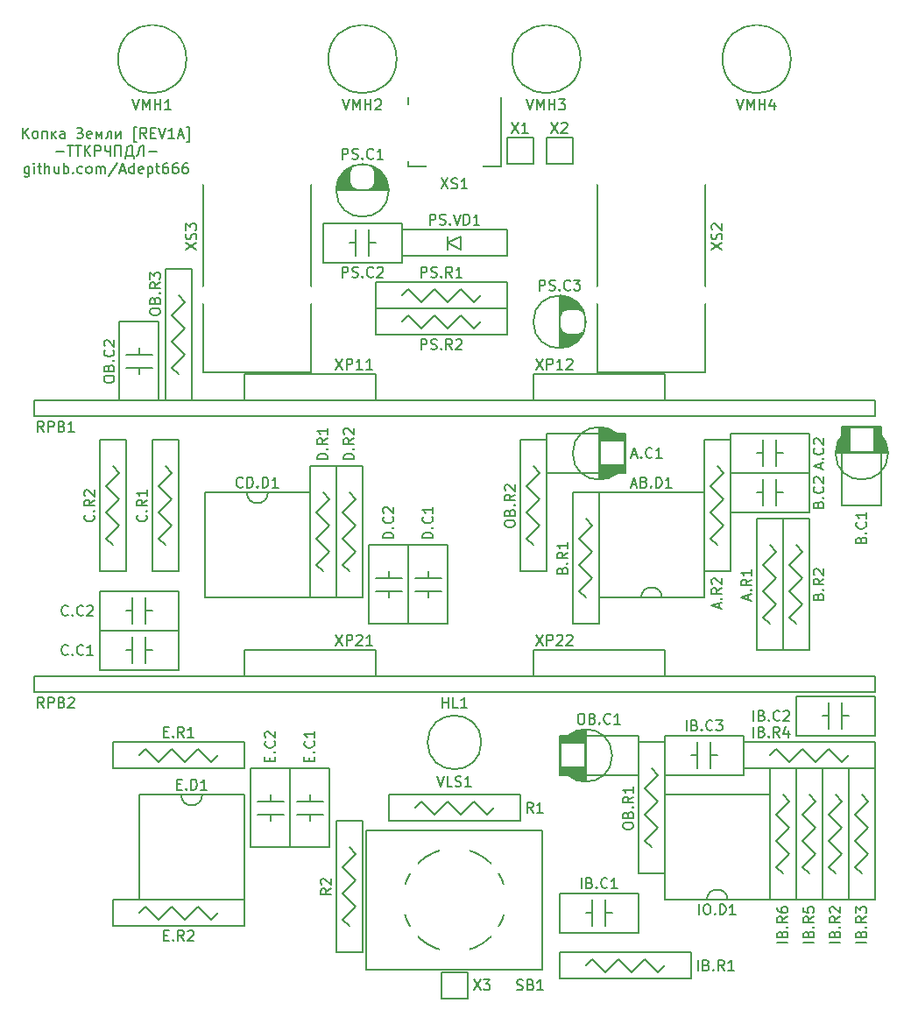
<source format=gbr>
G04 #@! TF.GenerationSoftware,KiCad,Pcbnew,5.1.6-c6e7f7d~87~ubuntu19.10.1*
G04 #@! TF.CreationDate,2021-10-28T22:11:17+06:00*
G04 #@! TF.ProjectId,kzeq_r1a,6b7a6571-5f72-4316-912e-6b696361645f,1A*
G04 #@! TF.SameCoordinates,Original*
G04 #@! TF.FileFunction,Legend,Top*
G04 #@! TF.FilePolarity,Positive*
%FSLAX46Y46*%
G04 Gerber Fmt 4.6, Leading zero omitted, Abs format (unit mm)*
G04 Created by KiCad (PCBNEW 5.1.6-c6e7f7d~87~ubuntu19.10.1) date 2021-10-28 22:11:17*
%MOMM*%
%LPD*%
G01*
G04 APERTURE LIST*
%ADD10C,0.200000*%
%ADD11C,0.100000*%
%ADD12R,2.300000X2.300000*%
%ADD13C,2.300000*%
%ADD14C,2.600000*%
%ADD15R,2.900000X4.400000*%
%ADD16O,2.900000X4.400000*%
%ADD17R,5.400000X3.400000*%
%ADD18R,3.400000X5.400000*%
%ADD19R,2.900000X2.900000*%
%ADD20C,6.400000*%
G04 APERTURE END LIST*
D10*
X63683571Y-104162380D02*
X63683571Y-103162380D01*
X64255000Y-104162380D02*
X63826428Y-103590952D01*
X64255000Y-103162380D02*
X63683571Y-103733809D01*
X64826428Y-104162380D02*
X64731190Y-104114761D01*
X64683571Y-104067142D01*
X64635952Y-103971904D01*
X64635952Y-103686190D01*
X64683571Y-103590952D01*
X64731190Y-103543333D01*
X64826428Y-103495714D01*
X64969285Y-103495714D01*
X65064523Y-103543333D01*
X65112142Y-103590952D01*
X65159761Y-103686190D01*
X65159761Y-103971904D01*
X65112142Y-104067142D01*
X65064523Y-104114761D01*
X64969285Y-104162380D01*
X64826428Y-104162380D01*
X65588333Y-104162380D02*
X65588333Y-103495714D01*
X66016904Y-103495714D01*
X66016904Y-104162380D01*
X66493095Y-103495714D02*
X66493095Y-104162380D01*
X66588333Y-103781428D02*
X66874047Y-104162380D01*
X66874047Y-103495714D02*
X66493095Y-103876666D01*
X67731190Y-104162380D02*
X67731190Y-103638571D01*
X67683571Y-103543333D01*
X67588333Y-103495714D01*
X67397857Y-103495714D01*
X67302619Y-103543333D01*
X67731190Y-104114761D02*
X67635952Y-104162380D01*
X67397857Y-104162380D01*
X67302619Y-104114761D01*
X67255000Y-104019523D01*
X67255000Y-103924285D01*
X67302619Y-103829047D01*
X67397857Y-103781428D01*
X67635952Y-103781428D01*
X67731190Y-103733809D01*
X69064523Y-103638571D02*
X69255000Y-103638571D01*
X68921666Y-103210000D02*
X69016904Y-103162380D01*
X69255000Y-103162380D01*
X69350238Y-103210000D01*
X69397857Y-103257619D01*
X69445476Y-103352857D01*
X69445476Y-103448095D01*
X69397857Y-103543333D01*
X69350238Y-103590952D01*
X69255000Y-103638571D01*
X69397857Y-103686190D01*
X69445476Y-103733809D01*
X69493095Y-103829047D01*
X69493095Y-103971904D01*
X69445476Y-104067142D01*
X69397857Y-104114761D01*
X69302619Y-104162380D01*
X69016904Y-104162380D01*
X68921666Y-104114761D01*
X70302619Y-104114761D02*
X70207380Y-104162380D01*
X70016904Y-104162380D01*
X69921666Y-104114761D01*
X69874047Y-104019523D01*
X69874047Y-103638571D01*
X69921666Y-103543333D01*
X70016904Y-103495714D01*
X70207380Y-103495714D01*
X70302619Y-103543333D01*
X70350238Y-103638571D01*
X70350238Y-103733809D01*
X69874047Y-103829047D01*
X70778809Y-104162380D02*
X70778809Y-103495714D01*
X71064523Y-104019523D01*
X71350238Y-103495714D01*
X71350238Y-104162380D01*
X72207380Y-104162380D02*
X72207380Y-103495714D01*
X72064523Y-103495714D01*
X71969285Y-103543333D01*
X71921666Y-103638571D01*
X71874047Y-104019523D01*
X71826428Y-104114761D01*
X71731190Y-104162380D01*
X72683571Y-103495714D02*
X72683571Y-104162380D01*
X73159761Y-103495714D01*
X73159761Y-104162380D01*
X74683571Y-104495714D02*
X74445476Y-104495714D01*
X74445476Y-103067142D01*
X74683571Y-103067142D01*
X75635952Y-104162380D02*
X75302619Y-103686190D01*
X75064523Y-104162380D02*
X75064523Y-103162380D01*
X75445476Y-103162380D01*
X75540714Y-103210000D01*
X75588333Y-103257619D01*
X75635952Y-103352857D01*
X75635952Y-103495714D01*
X75588333Y-103590952D01*
X75540714Y-103638571D01*
X75445476Y-103686190D01*
X75064523Y-103686190D01*
X76064523Y-103638571D02*
X76397857Y-103638571D01*
X76540714Y-104162380D02*
X76064523Y-104162380D01*
X76064523Y-103162380D01*
X76540714Y-103162380D01*
X76826428Y-103162380D02*
X77159761Y-104162380D01*
X77493095Y-103162380D01*
X78350238Y-104162380D02*
X77778809Y-104162380D01*
X78064523Y-104162380D02*
X78064523Y-103162380D01*
X77969285Y-103305238D01*
X77874047Y-103400476D01*
X77778809Y-103448095D01*
X78731190Y-103876666D02*
X79207380Y-103876666D01*
X78635952Y-104162380D02*
X78969285Y-103162380D01*
X79302619Y-104162380D01*
X79540714Y-104495714D02*
X79778809Y-104495714D01*
X79778809Y-103067142D01*
X79540714Y-103067142D01*
X66897857Y-105481428D02*
X67659761Y-105481428D01*
X67993095Y-104862380D02*
X68564523Y-104862380D01*
X68278809Y-105862380D02*
X68278809Y-104862380D01*
X68755000Y-104862380D02*
X69326428Y-104862380D01*
X69040714Y-105862380D02*
X69040714Y-104862380D01*
X69659761Y-105862380D02*
X69659761Y-104862380D01*
X70231190Y-105862380D02*
X69802619Y-105290952D01*
X70231190Y-104862380D02*
X69659761Y-105433809D01*
X70659761Y-105862380D02*
X70659761Y-104862380D01*
X71040714Y-104862380D01*
X71135952Y-104910000D01*
X71183571Y-104957619D01*
X71231190Y-105052857D01*
X71231190Y-105195714D01*
X71183571Y-105290952D01*
X71135952Y-105338571D01*
X71040714Y-105386190D01*
X70659761Y-105386190D01*
X72135952Y-104862380D02*
X72135952Y-105862380D01*
X71612142Y-104862380D02*
X71612142Y-105243333D01*
X71659761Y-105338571D01*
X71707380Y-105386190D01*
X71802619Y-105433809D01*
X72135952Y-105433809D01*
X72612142Y-105862380D02*
X72612142Y-104862380D01*
X73183571Y-104862380D01*
X73183571Y-105862380D01*
X74421666Y-106100476D02*
X74421666Y-105862380D01*
X73564523Y-105862380D01*
X73564523Y-106100476D01*
X74231190Y-105862380D02*
X74231190Y-104862380D01*
X73993095Y-104862380D01*
X73897857Y-104910000D01*
X73850238Y-104957619D01*
X73802619Y-105052857D01*
X73707380Y-105862380D01*
X75374047Y-105862380D02*
X75374047Y-104862380D01*
X75231190Y-104862380D01*
X75088333Y-104910000D01*
X74993095Y-105005238D01*
X74945476Y-105148095D01*
X74850238Y-105719523D01*
X74802619Y-105814761D01*
X74707380Y-105862380D01*
X74659761Y-105862380D01*
X75850238Y-105481428D02*
X76612142Y-105481428D01*
X64302619Y-106895714D02*
X64302619Y-107705238D01*
X64255000Y-107800476D01*
X64207380Y-107848095D01*
X64112142Y-107895714D01*
X63969285Y-107895714D01*
X63874047Y-107848095D01*
X64302619Y-107514761D02*
X64207380Y-107562380D01*
X64016904Y-107562380D01*
X63921666Y-107514761D01*
X63874047Y-107467142D01*
X63826428Y-107371904D01*
X63826428Y-107086190D01*
X63874047Y-106990952D01*
X63921666Y-106943333D01*
X64016904Y-106895714D01*
X64207380Y-106895714D01*
X64302619Y-106943333D01*
X64778809Y-107562380D02*
X64778809Y-106895714D01*
X64778809Y-106562380D02*
X64731190Y-106610000D01*
X64778809Y-106657619D01*
X64826428Y-106610000D01*
X64778809Y-106562380D01*
X64778809Y-106657619D01*
X65112142Y-106895714D02*
X65493095Y-106895714D01*
X65255000Y-106562380D02*
X65255000Y-107419523D01*
X65302619Y-107514761D01*
X65397857Y-107562380D01*
X65493095Y-107562380D01*
X65826428Y-107562380D02*
X65826428Y-106562380D01*
X66255000Y-107562380D02*
X66255000Y-107038571D01*
X66207380Y-106943333D01*
X66112142Y-106895714D01*
X65969285Y-106895714D01*
X65874047Y-106943333D01*
X65826428Y-106990952D01*
X67159761Y-106895714D02*
X67159761Y-107562380D01*
X66731190Y-106895714D02*
X66731190Y-107419523D01*
X66778809Y-107514761D01*
X66874047Y-107562380D01*
X67016904Y-107562380D01*
X67112142Y-107514761D01*
X67159761Y-107467142D01*
X67635952Y-107562380D02*
X67635952Y-106562380D01*
X67635952Y-106943333D02*
X67731190Y-106895714D01*
X67921666Y-106895714D01*
X68016904Y-106943333D01*
X68064523Y-106990952D01*
X68112142Y-107086190D01*
X68112142Y-107371904D01*
X68064523Y-107467142D01*
X68016904Y-107514761D01*
X67921666Y-107562380D01*
X67731190Y-107562380D01*
X67635952Y-107514761D01*
X68540714Y-107467142D02*
X68588333Y-107514761D01*
X68540714Y-107562380D01*
X68493095Y-107514761D01*
X68540714Y-107467142D01*
X68540714Y-107562380D01*
X69445476Y-107514761D02*
X69350238Y-107562380D01*
X69159761Y-107562380D01*
X69064523Y-107514761D01*
X69016904Y-107467142D01*
X68969285Y-107371904D01*
X68969285Y-107086190D01*
X69016904Y-106990952D01*
X69064523Y-106943333D01*
X69159761Y-106895714D01*
X69350238Y-106895714D01*
X69445476Y-106943333D01*
X70016904Y-107562380D02*
X69921666Y-107514761D01*
X69874047Y-107467142D01*
X69826428Y-107371904D01*
X69826428Y-107086190D01*
X69874047Y-106990952D01*
X69921666Y-106943333D01*
X70016904Y-106895714D01*
X70159761Y-106895714D01*
X70255000Y-106943333D01*
X70302619Y-106990952D01*
X70350238Y-107086190D01*
X70350238Y-107371904D01*
X70302619Y-107467142D01*
X70255000Y-107514761D01*
X70159761Y-107562380D01*
X70016904Y-107562380D01*
X70778809Y-107562380D02*
X70778809Y-106895714D01*
X70778809Y-106990952D02*
X70826428Y-106943333D01*
X70921666Y-106895714D01*
X71064523Y-106895714D01*
X71159761Y-106943333D01*
X71207380Y-107038571D01*
X71207380Y-107562380D01*
X71207380Y-107038571D02*
X71255000Y-106943333D01*
X71350238Y-106895714D01*
X71493095Y-106895714D01*
X71588333Y-106943333D01*
X71635952Y-107038571D01*
X71635952Y-107562380D01*
X72826428Y-106514761D02*
X71969285Y-107800476D01*
X73112142Y-107276666D02*
X73588333Y-107276666D01*
X73016904Y-107562380D02*
X73350238Y-106562380D01*
X73683571Y-107562380D01*
X74445476Y-107562380D02*
X74445476Y-106562380D01*
X74445476Y-107514761D02*
X74350238Y-107562380D01*
X74159761Y-107562380D01*
X74064523Y-107514761D01*
X74016904Y-107467142D01*
X73969285Y-107371904D01*
X73969285Y-107086190D01*
X74016904Y-106990952D01*
X74064523Y-106943333D01*
X74159761Y-106895714D01*
X74350238Y-106895714D01*
X74445476Y-106943333D01*
X75302619Y-107514761D02*
X75207380Y-107562380D01*
X75016904Y-107562380D01*
X74921666Y-107514761D01*
X74874047Y-107419523D01*
X74874047Y-107038571D01*
X74921666Y-106943333D01*
X75016904Y-106895714D01*
X75207380Y-106895714D01*
X75302619Y-106943333D01*
X75350238Y-107038571D01*
X75350238Y-107133809D01*
X74874047Y-107229047D01*
X75778809Y-106895714D02*
X75778809Y-107895714D01*
X75778809Y-106943333D02*
X75874047Y-106895714D01*
X76064523Y-106895714D01*
X76159761Y-106943333D01*
X76207380Y-106990952D01*
X76255000Y-107086190D01*
X76255000Y-107371904D01*
X76207380Y-107467142D01*
X76159761Y-107514761D01*
X76064523Y-107562380D01*
X75874047Y-107562380D01*
X75778809Y-107514761D01*
X76540714Y-106895714D02*
X76921666Y-106895714D01*
X76683571Y-106562380D02*
X76683571Y-107419523D01*
X76731190Y-107514761D01*
X76826428Y-107562380D01*
X76921666Y-107562380D01*
X77683571Y-106562380D02*
X77493095Y-106562380D01*
X77397857Y-106610000D01*
X77350238Y-106657619D01*
X77255000Y-106800476D01*
X77207380Y-106990952D01*
X77207380Y-107371904D01*
X77255000Y-107467142D01*
X77302619Y-107514761D01*
X77397857Y-107562380D01*
X77588333Y-107562380D01*
X77683571Y-107514761D01*
X77731190Y-107467142D01*
X77778809Y-107371904D01*
X77778809Y-107133809D01*
X77731190Y-107038571D01*
X77683571Y-106990952D01*
X77588333Y-106943333D01*
X77397857Y-106943333D01*
X77302619Y-106990952D01*
X77255000Y-107038571D01*
X77207380Y-107133809D01*
X78635952Y-106562380D02*
X78445476Y-106562380D01*
X78350238Y-106610000D01*
X78302619Y-106657619D01*
X78207380Y-106800476D01*
X78159761Y-106990952D01*
X78159761Y-107371904D01*
X78207380Y-107467142D01*
X78255000Y-107514761D01*
X78350238Y-107562380D01*
X78540714Y-107562380D01*
X78635952Y-107514761D01*
X78683571Y-107467142D01*
X78731190Y-107371904D01*
X78731190Y-107133809D01*
X78683571Y-107038571D01*
X78635952Y-106990952D01*
X78540714Y-106943333D01*
X78350238Y-106943333D01*
X78255000Y-106990952D01*
X78207380Y-107038571D01*
X78159761Y-107133809D01*
X79588333Y-106562380D02*
X79397857Y-106562380D01*
X79302619Y-106610000D01*
X79255000Y-106657619D01*
X79159761Y-106800476D01*
X79112142Y-106990952D01*
X79112142Y-107371904D01*
X79159761Y-107467142D01*
X79207380Y-107514761D01*
X79302619Y-107562380D01*
X79493095Y-107562380D01*
X79588333Y-107514761D01*
X79635952Y-107467142D01*
X79683571Y-107371904D01*
X79683571Y-107133809D01*
X79635952Y-107038571D01*
X79588333Y-106990952D01*
X79493095Y-106943333D01*
X79302619Y-106943333D01*
X79207380Y-106990952D01*
X79159761Y-107038571D01*
X79112142Y-107133809D01*
X93980000Y-182880000D02*
X93980000Y-170180000D01*
X96520000Y-182880000D02*
X96520000Y-170180000D01*
X93980000Y-182880000D02*
X96520000Y-182880000D01*
X93980000Y-170180000D02*
X96520000Y-170180000D01*
X95250000Y-180340000D02*
X94615000Y-179705000D01*
X94615000Y-179705000D02*
X95885000Y-178435000D01*
X95885000Y-178435000D02*
X94615000Y-177165000D01*
X94615000Y-177165000D02*
X95885000Y-175895000D01*
X95885000Y-175895000D02*
X94615000Y-174625000D01*
X94615000Y-174625000D02*
X95885000Y-173355000D01*
X95885000Y-173355000D02*
X95250000Y-172720000D01*
X118110000Y-166370000D02*
X118110000Y-161290000D01*
D11*
G36*
X115570000Y-161925000D02*
G01*
X116332000Y-161925000D01*
X117221000Y-161417000D01*
X118110000Y-161290000D01*
X118110000Y-166370000D01*
X117221000Y-166243000D01*
X116332000Y-165735000D01*
X115570000Y-165735000D01*
X115570000Y-161925000D01*
G37*
X115570000Y-161925000D02*
X116332000Y-161925000D01*
X117221000Y-161417000D01*
X118110000Y-161290000D01*
X118110000Y-166370000D01*
X117221000Y-166243000D01*
X116332000Y-165735000D01*
X115570000Y-165735000D01*
X115570000Y-161925000D01*
D10*
X120650000Y-163830000D02*
G75*
G03*
X120650000Y-163830000I-2540000J0D01*
G01*
X115570000Y-165735000D02*
X115570000Y-161925000D01*
X123190000Y-165735000D02*
X123190000Y-161925000D01*
X123190000Y-165735000D02*
X115570000Y-165735000D01*
X123190000Y-161925000D02*
X115570000Y-161925000D01*
X146685000Y-139700000D02*
X146685000Y-132080000D01*
X142875000Y-139700000D02*
X142875000Y-132080000D01*
X142875000Y-139700000D02*
X146685000Y-139700000D01*
X142875000Y-132080000D02*
X146685000Y-132080000D01*
X147320000Y-134620000D02*
G75*
G03*
X147320000Y-134620000I-2540000J0D01*
G01*
D11*
G36*
X146685000Y-132080000D02*
G01*
X146685000Y-132842000D01*
X147193000Y-133731000D01*
X147320000Y-134620000D01*
X142240000Y-134620000D01*
X142367000Y-133731000D01*
X142875000Y-132842000D01*
X142875000Y-132080000D01*
X146685000Y-132080000D01*
G37*
X146685000Y-132080000D02*
X146685000Y-132842000D01*
X147193000Y-133731000D01*
X147320000Y-134620000D01*
X142240000Y-134620000D01*
X142367000Y-133731000D01*
X142875000Y-132842000D01*
X142875000Y-132080000D01*
X146685000Y-132080000D01*
D10*
X142240000Y-134620000D02*
X147320000Y-134620000D01*
X114300000Y-136525000D02*
X121920000Y-136525000D01*
X114300000Y-132715000D02*
X121920000Y-132715000D01*
X114300000Y-132715000D02*
X114300000Y-136525000D01*
X121920000Y-132715000D02*
X121920000Y-136525000D01*
X121920000Y-134620000D02*
G75*
G03*
X121920000Y-134620000I-2540000J0D01*
G01*
D11*
G36*
X121920000Y-136525000D02*
G01*
X121158000Y-136525000D01*
X120269000Y-137033000D01*
X119380000Y-137160000D01*
X119380000Y-132080000D01*
X120269000Y-132207000D01*
X121158000Y-132715000D01*
X121920000Y-132715000D01*
X121920000Y-136525000D01*
G37*
X121920000Y-136525000D02*
X121158000Y-136525000D01*
X120269000Y-137033000D01*
X119380000Y-137160000D01*
X119380000Y-132080000D01*
X120269000Y-132207000D01*
X121158000Y-132715000D01*
X121920000Y-132715000D01*
X121920000Y-136525000D01*
D10*
X119380000Y-132080000D02*
X119380000Y-137160000D01*
X118110000Y-121920000D02*
G75*
G03*
X118110000Y-121920000I-2540000J0D01*
G01*
G36*
X115570000Y-119380000D02*
G01*
X116332000Y-119507000D01*
X117475000Y-120269000D01*
X118110000Y-121920000D01*
X117475000Y-123571000D01*
X116332000Y-124333000D01*
X115570000Y-124460000D01*
X115570000Y-119380000D01*
G37*
X115570000Y-119380000D02*
X116332000Y-119507000D01*
X117475000Y-120269000D01*
X118110000Y-121920000D01*
X117475000Y-123571000D01*
X116332000Y-124333000D01*
X115570000Y-124460000D01*
X115570000Y-119380000D01*
G36*
X93980000Y-109220000D02*
G01*
X94107000Y-108458000D01*
X94869000Y-107315000D01*
X96520000Y-106680000D01*
X98171000Y-107315000D01*
X98933000Y-108458000D01*
X99060000Y-109220000D01*
X93980000Y-109220000D01*
G37*
X93980000Y-109220000D02*
X94107000Y-108458000D01*
X94869000Y-107315000D01*
X96520000Y-106680000D01*
X98171000Y-107315000D01*
X98933000Y-108458000D01*
X99060000Y-109220000D01*
X93980000Y-109220000D01*
X99060000Y-109220000D02*
G75*
G03*
X99060000Y-109220000I-2540000J0D01*
G01*
X95885000Y-115570000D02*
X95885000Y-113030000D01*
X97155000Y-115570000D02*
X97155000Y-113030000D01*
X95885000Y-114300000D02*
X95250000Y-114300000D01*
X97790000Y-114300000D02*
X97155000Y-114300000D01*
X92710000Y-116205000D02*
X92710000Y-112395000D01*
X100330000Y-116205000D02*
X100330000Y-112395000D01*
X100330000Y-112395000D02*
X92710000Y-112395000D01*
X100330000Y-116205000D02*
X92710000Y-116205000D01*
X73660000Y-125095000D02*
X76200000Y-125095000D01*
X73660000Y-126365000D02*
X76200000Y-126365000D01*
X74930000Y-125095000D02*
X74930000Y-124460000D01*
X74930000Y-127000000D02*
X74930000Y-126365000D01*
X73025000Y-121920000D02*
X76835000Y-121920000D01*
X73025000Y-129540000D02*
X76835000Y-129540000D01*
X76835000Y-129540000D02*
X76835000Y-121920000D01*
X73025000Y-129540000D02*
X73025000Y-121920000D01*
X130175000Y-162560000D02*
X130175000Y-165100000D01*
X128905000Y-162560000D02*
X128905000Y-165100000D01*
X130175000Y-163830000D02*
X130810000Y-163830000D01*
X128270000Y-163830000D02*
X128905000Y-163830000D01*
X133350000Y-161925000D02*
X133350000Y-165735000D01*
X125730000Y-161925000D02*
X125730000Y-165735000D01*
X125730000Y-165735000D02*
X133350000Y-165735000D01*
X125730000Y-161925000D02*
X133350000Y-161925000D01*
X142875000Y-158750000D02*
X142875000Y-161290000D01*
X141605000Y-158750000D02*
X141605000Y-161290000D01*
X142875000Y-160020000D02*
X143510000Y-160020000D01*
X140970000Y-160020000D02*
X141605000Y-160020000D01*
X146050000Y-158115000D02*
X146050000Y-161925000D01*
X138430000Y-158115000D02*
X138430000Y-161925000D01*
X138430000Y-161925000D02*
X146050000Y-161925000D01*
X138430000Y-158115000D02*
X146050000Y-158115000D01*
X120015000Y-177800000D02*
X120015000Y-180340000D01*
X118745000Y-177800000D02*
X118745000Y-180340000D01*
X120015000Y-179070000D02*
X120650000Y-179070000D01*
X118110000Y-179070000D02*
X118745000Y-179070000D01*
X123190000Y-177165000D02*
X123190000Y-180975000D01*
X115570000Y-177165000D02*
X115570000Y-180975000D01*
X115570000Y-180975000D02*
X123190000Y-180975000D01*
X115570000Y-177165000D02*
X123190000Y-177165000D01*
X86360000Y-168275000D02*
X88900000Y-168275000D01*
X86360000Y-169545000D02*
X88900000Y-169545000D01*
X87630000Y-168275000D02*
X87630000Y-167640000D01*
X87630000Y-170180000D02*
X87630000Y-169545000D01*
X85725000Y-165100000D02*
X89535000Y-165100000D01*
X85725000Y-172720000D02*
X89535000Y-172720000D01*
X89535000Y-172720000D02*
X89535000Y-165100000D01*
X85725000Y-172720000D02*
X85725000Y-165100000D01*
X92710000Y-169545000D02*
X90170000Y-169545000D01*
X92710000Y-168275000D02*
X90170000Y-168275000D01*
X91440000Y-169545000D02*
X91440000Y-170180000D01*
X91440000Y-167640000D02*
X91440000Y-168275000D01*
X93345000Y-172720000D02*
X89535000Y-172720000D01*
X93345000Y-165100000D02*
X89535000Y-165100000D01*
X89535000Y-165100000D02*
X89535000Y-172720000D01*
X93345000Y-165100000D02*
X93345000Y-172720000D01*
X100330000Y-147955000D02*
X97790000Y-147955000D01*
X100330000Y-146685000D02*
X97790000Y-146685000D01*
X99060000Y-147955000D02*
X99060000Y-148590000D01*
X99060000Y-146050000D02*
X99060000Y-146685000D01*
X100965000Y-151130000D02*
X97155000Y-151130000D01*
X100965000Y-143510000D02*
X97155000Y-143510000D01*
X97155000Y-143510000D02*
X97155000Y-151130000D01*
X100965000Y-143510000D02*
X100965000Y-151130000D01*
X101600000Y-146685000D02*
X104140000Y-146685000D01*
X101600000Y-147955000D02*
X104140000Y-147955000D01*
X102870000Y-146685000D02*
X102870000Y-146050000D01*
X102870000Y-148590000D02*
X102870000Y-147955000D01*
X100965000Y-143510000D02*
X104775000Y-143510000D01*
X100965000Y-151130000D02*
X104775000Y-151130000D01*
X104775000Y-151130000D02*
X104775000Y-143510000D01*
X100965000Y-151130000D02*
X100965000Y-143510000D01*
X75565000Y-148590000D02*
X75565000Y-151130000D01*
X74295000Y-148590000D02*
X74295000Y-151130000D01*
X75565000Y-149860000D02*
X76200000Y-149860000D01*
X73660000Y-149860000D02*
X74295000Y-149860000D01*
X78740000Y-147955000D02*
X78740000Y-151765000D01*
X71120000Y-147955000D02*
X71120000Y-151765000D01*
X71120000Y-151765000D02*
X78740000Y-151765000D01*
X71120000Y-147955000D02*
X78740000Y-147955000D01*
X74295000Y-154940000D02*
X74295000Y-152400000D01*
X75565000Y-154940000D02*
X75565000Y-152400000D01*
X74295000Y-153670000D02*
X73660000Y-153670000D01*
X76200000Y-153670000D02*
X75565000Y-153670000D01*
X71120000Y-155575000D02*
X71120000Y-151765000D01*
X78740000Y-155575000D02*
X78740000Y-151765000D01*
X78740000Y-151765000D02*
X71120000Y-151765000D01*
X78740000Y-155575000D02*
X71120000Y-155575000D01*
X139700000Y-140335000D02*
X132080000Y-140335000D01*
X139700000Y-136525000D02*
X132080000Y-136525000D01*
X139700000Y-140335000D02*
X139700000Y-136525000D01*
X132080000Y-140335000D02*
X132080000Y-136525000D01*
X137160000Y-138430000D02*
X136525000Y-138430000D01*
X135255000Y-138430000D02*
X134620000Y-138430000D01*
X136525000Y-139700000D02*
X136525000Y-137160000D01*
X135255000Y-139700000D02*
X135255000Y-137160000D01*
X132080000Y-132715000D02*
X139700000Y-132715000D01*
X132080000Y-136525000D02*
X139700000Y-136525000D01*
X132080000Y-132715000D02*
X132080000Y-136525000D01*
X139700000Y-132715000D02*
X139700000Y-136525000D01*
X134620000Y-134620000D02*
X135255000Y-134620000D01*
X136525000Y-134620000D02*
X137160000Y-134620000D01*
X135255000Y-133350000D02*
X135255000Y-135890000D01*
X136525000Y-133350000D02*
X136525000Y-135890000D01*
X81160000Y-126830000D02*
X81160000Y-107830000D01*
X91560000Y-126830000D02*
X91560000Y-107830000D01*
X91560000Y-126830000D02*
X81160000Y-126830000D01*
X119260000Y-126830000D02*
X119260000Y-107830000D01*
X129660000Y-126830000D02*
X129660000Y-107830000D01*
X129660000Y-126830000D02*
X119260000Y-126830000D01*
X102235000Y-168275000D02*
X101600000Y-168910000D01*
X103505000Y-169545000D02*
X102235000Y-168275000D01*
X104775000Y-168275000D02*
X103505000Y-169545000D01*
X106045000Y-169545000D02*
X104775000Y-168275000D01*
X107315000Y-168275000D02*
X106045000Y-169545000D01*
X108585000Y-169545000D02*
X107315000Y-168275000D01*
X109220000Y-168910000D02*
X108585000Y-169545000D01*
X99060000Y-170180000D02*
X99060000Y-167640000D01*
X111760000Y-170180000D02*
X111760000Y-167640000D01*
X111760000Y-167640000D02*
X99060000Y-167640000D01*
X111760000Y-170180000D02*
X99060000Y-170180000D01*
X107315000Y-122555000D02*
X107950000Y-121920000D01*
X106045000Y-121285000D02*
X107315000Y-122555000D01*
X104775000Y-122555000D02*
X106045000Y-121285000D01*
X103505000Y-121285000D02*
X104775000Y-122555000D01*
X102235000Y-122555000D02*
X103505000Y-121285000D01*
X100965000Y-121285000D02*
X102235000Y-122555000D01*
X100330000Y-121920000D02*
X100965000Y-121285000D01*
X110490000Y-120650000D02*
X110490000Y-123190000D01*
X97790000Y-120650000D02*
X97790000Y-123190000D01*
X97790000Y-123190000D02*
X110490000Y-123190000D01*
X97790000Y-120650000D02*
X110490000Y-120650000D01*
X100965000Y-118745000D02*
X100330000Y-119380000D01*
X102235000Y-120015000D02*
X100965000Y-118745000D01*
X103505000Y-118745000D02*
X102235000Y-120015000D01*
X104775000Y-120015000D02*
X103505000Y-118745000D01*
X106045000Y-118745000D02*
X104775000Y-120015000D01*
X107315000Y-120015000D02*
X106045000Y-118745000D01*
X107950000Y-119380000D02*
X107315000Y-120015000D01*
X97790000Y-120650000D02*
X97790000Y-118110000D01*
X110490000Y-120650000D02*
X110490000Y-118110000D01*
X110490000Y-118110000D02*
X97790000Y-118110000D01*
X110490000Y-120650000D02*
X97790000Y-120650000D01*
X78105000Y-126365000D02*
X78740000Y-127000000D01*
X79375000Y-125095000D02*
X78105000Y-126365000D01*
X78105000Y-123825000D02*
X79375000Y-125095000D01*
X79375000Y-122555000D02*
X78105000Y-123825000D01*
X78105000Y-121285000D02*
X79375000Y-122555000D01*
X79375000Y-120015000D02*
X78105000Y-121285000D01*
X78740000Y-119380000D02*
X79375000Y-120015000D01*
X80010000Y-129540000D02*
X77470000Y-129540000D01*
X80010000Y-116840000D02*
X77470000Y-116840000D01*
X77470000Y-116840000D02*
X77470000Y-129540000D01*
X80010000Y-116840000D02*
X80010000Y-129540000D01*
X111760000Y-146050000D02*
X111760000Y-133350000D01*
X114300000Y-146050000D02*
X114300000Y-133350000D01*
X111760000Y-146050000D02*
X114300000Y-146050000D01*
X111760000Y-133350000D02*
X114300000Y-133350000D01*
X113030000Y-143510000D02*
X112395000Y-142875000D01*
X112395000Y-142875000D02*
X113665000Y-141605000D01*
X113665000Y-141605000D02*
X112395000Y-140335000D01*
X112395000Y-140335000D02*
X113665000Y-139065000D01*
X113665000Y-139065000D02*
X112395000Y-137795000D01*
X112395000Y-137795000D02*
X113665000Y-136525000D01*
X113665000Y-136525000D02*
X113030000Y-135890000D01*
X125730000Y-162560000D02*
X125730000Y-175260000D01*
X123190000Y-162560000D02*
X123190000Y-175260000D01*
X125730000Y-162560000D02*
X123190000Y-162560000D01*
X125730000Y-175260000D02*
X123190000Y-175260000D01*
X124460000Y-165100000D02*
X125095000Y-165735000D01*
X125095000Y-165735000D02*
X123825000Y-167005000D01*
X123825000Y-167005000D02*
X125095000Y-168275000D01*
X125095000Y-168275000D02*
X123825000Y-169545000D01*
X123825000Y-169545000D02*
X125095000Y-170815000D01*
X125095000Y-170815000D02*
X123825000Y-172085000D01*
X123825000Y-172085000D02*
X124460000Y-172720000D01*
X137795000Y-168275000D02*
X137160000Y-167640000D01*
X136525000Y-169545000D02*
X137795000Y-168275000D01*
X137795000Y-170815000D02*
X136525000Y-169545000D01*
X136525000Y-172085000D02*
X137795000Y-170815000D01*
X137795000Y-173355000D02*
X136525000Y-172085000D01*
X136525000Y-174625000D02*
X137795000Y-173355000D01*
X137160000Y-175260000D02*
X136525000Y-174625000D01*
X135890000Y-165100000D02*
X138430000Y-165100000D01*
X135890000Y-177800000D02*
X138430000Y-177800000D01*
X138430000Y-177800000D02*
X138430000Y-165100000D01*
X135890000Y-177800000D02*
X135890000Y-165100000D01*
X139065000Y-174625000D02*
X139700000Y-175260000D01*
X140335000Y-173355000D02*
X139065000Y-174625000D01*
X139065000Y-172085000D02*
X140335000Y-173355000D01*
X140335000Y-170815000D02*
X139065000Y-172085000D01*
X139065000Y-169545000D02*
X140335000Y-170815000D01*
X140335000Y-168275000D02*
X139065000Y-169545000D01*
X139700000Y-167640000D02*
X140335000Y-168275000D01*
X140970000Y-177800000D02*
X138430000Y-177800000D01*
X140970000Y-165100000D02*
X138430000Y-165100000D01*
X138430000Y-165100000D02*
X138430000Y-177800000D01*
X140970000Y-165100000D02*
X140970000Y-177800000D01*
X136525000Y-163195000D02*
X135890000Y-163830000D01*
X137795000Y-164465000D02*
X136525000Y-163195000D01*
X139065000Y-163195000D02*
X137795000Y-164465000D01*
X140335000Y-164465000D02*
X139065000Y-163195000D01*
X141605000Y-163195000D02*
X140335000Y-164465000D01*
X142875000Y-164465000D02*
X141605000Y-163195000D01*
X143510000Y-163830000D02*
X142875000Y-164465000D01*
X133350000Y-165100000D02*
X133350000Y-162560000D01*
X146050000Y-165100000D02*
X146050000Y-162560000D01*
X146050000Y-162560000D02*
X133350000Y-162560000D01*
X146050000Y-165100000D02*
X133350000Y-165100000D01*
X144145000Y-174625000D02*
X144780000Y-175260000D01*
X145415000Y-173355000D02*
X144145000Y-174625000D01*
X144145000Y-172085000D02*
X145415000Y-173355000D01*
X145415000Y-170815000D02*
X144145000Y-172085000D01*
X144145000Y-169545000D02*
X145415000Y-170815000D01*
X145415000Y-168275000D02*
X144145000Y-169545000D01*
X144780000Y-167640000D02*
X145415000Y-168275000D01*
X146050000Y-177800000D02*
X143510000Y-177800000D01*
X146050000Y-165100000D02*
X143510000Y-165100000D01*
X143510000Y-165100000D02*
X143510000Y-177800000D01*
X146050000Y-165100000D02*
X146050000Y-177800000D01*
X141605000Y-174625000D02*
X142240000Y-175260000D01*
X142875000Y-173355000D02*
X141605000Y-174625000D01*
X141605000Y-172085000D02*
X142875000Y-173355000D01*
X142875000Y-170815000D02*
X141605000Y-172085000D01*
X141605000Y-169545000D02*
X142875000Y-170815000D01*
X142875000Y-168275000D02*
X141605000Y-169545000D01*
X142240000Y-167640000D02*
X142875000Y-168275000D01*
X143510000Y-177800000D02*
X140970000Y-177800000D01*
X143510000Y-165100000D02*
X140970000Y-165100000D01*
X140970000Y-165100000D02*
X140970000Y-177800000D01*
X143510000Y-165100000D02*
X143510000Y-177800000D01*
X118745000Y-183515000D02*
X118110000Y-184150000D01*
X120015000Y-184785000D02*
X118745000Y-183515000D01*
X121285000Y-183515000D02*
X120015000Y-184785000D01*
X122555000Y-184785000D02*
X121285000Y-183515000D01*
X123825000Y-183515000D02*
X122555000Y-184785000D01*
X125095000Y-184785000D02*
X123825000Y-183515000D01*
X125730000Y-184150000D02*
X125095000Y-184785000D01*
X115570000Y-185420000D02*
X115570000Y-182880000D01*
X128270000Y-185420000D02*
X128270000Y-182880000D01*
X128270000Y-182880000D02*
X115570000Y-182880000D01*
X128270000Y-185420000D02*
X115570000Y-185420000D01*
X75565000Y-178435000D02*
X74930000Y-179070000D01*
X76835000Y-179705000D02*
X75565000Y-178435000D01*
X78105000Y-178435000D02*
X76835000Y-179705000D01*
X79375000Y-179705000D02*
X78105000Y-178435000D01*
X80645000Y-178435000D02*
X79375000Y-179705000D01*
X81915000Y-179705000D02*
X80645000Y-178435000D01*
X82550000Y-179070000D02*
X81915000Y-179705000D01*
X72390000Y-180340000D02*
X72390000Y-177800000D01*
X85090000Y-180340000D02*
X85090000Y-177800000D01*
X85090000Y-177800000D02*
X72390000Y-177800000D01*
X85090000Y-180340000D02*
X72390000Y-180340000D01*
X75565000Y-163195000D02*
X74930000Y-163830000D01*
X76835000Y-164465000D02*
X75565000Y-163195000D01*
X78105000Y-163195000D02*
X76835000Y-164465000D01*
X79375000Y-164465000D02*
X78105000Y-163195000D01*
X80645000Y-163195000D02*
X79375000Y-164465000D01*
X81915000Y-164465000D02*
X80645000Y-163195000D01*
X82550000Y-163830000D02*
X81915000Y-164465000D01*
X72390000Y-165100000D02*
X72390000Y-162560000D01*
X85090000Y-165100000D02*
X85090000Y-162560000D01*
X85090000Y-162560000D02*
X72390000Y-162560000D01*
X85090000Y-165100000D02*
X72390000Y-165100000D01*
X95885000Y-139065000D02*
X95250000Y-138430000D01*
X94615000Y-140335000D02*
X95885000Y-139065000D01*
X95885000Y-141605000D02*
X94615000Y-140335000D01*
X94615000Y-142875000D02*
X95885000Y-141605000D01*
X95885000Y-144145000D02*
X94615000Y-142875000D01*
X94615000Y-145415000D02*
X95885000Y-144145000D01*
X95250000Y-146050000D02*
X94615000Y-145415000D01*
X93980000Y-135890000D02*
X96520000Y-135890000D01*
X93980000Y-148590000D02*
X96520000Y-148590000D01*
X96520000Y-148590000D02*
X96520000Y-135890000D01*
X93980000Y-148590000D02*
X93980000Y-135890000D01*
X92075000Y-145415000D02*
X92710000Y-146050000D01*
X93345000Y-144145000D02*
X92075000Y-145415000D01*
X92075000Y-142875000D02*
X93345000Y-144145000D01*
X93345000Y-141605000D02*
X92075000Y-142875000D01*
X92075000Y-140335000D02*
X93345000Y-141605000D01*
X93345000Y-139065000D02*
X92075000Y-140335000D01*
X92710000Y-138430000D02*
X93345000Y-139065000D01*
X93980000Y-148590000D02*
X91440000Y-148590000D01*
X93980000Y-135890000D02*
X91440000Y-135890000D01*
X91440000Y-135890000D02*
X91440000Y-148590000D01*
X93980000Y-135890000D02*
X93980000Y-148590000D01*
X73025000Y-136525000D02*
X72390000Y-135890000D01*
X71755000Y-137795000D02*
X73025000Y-136525000D01*
X73025000Y-139065000D02*
X71755000Y-137795000D01*
X71755000Y-140335000D02*
X73025000Y-139065000D01*
X73025000Y-141605000D02*
X71755000Y-140335000D01*
X71755000Y-142875000D02*
X73025000Y-141605000D01*
X72390000Y-143510000D02*
X71755000Y-142875000D01*
X71120000Y-133350000D02*
X73660000Y-133350000D01*
X71120000Y-146050000D02*
X73660000Y-146050000D01*
X73660000Y-146050000D02*
X73660000Y-133350000D01*
X71120000Y-146050000D02*
X71120000Y-133350000D01*
X76835000Y-142875000D02*
X77470000Y-143510000D01*
X78105000Y-141605000D02*
X76835000Y-142875000D01*
X76835000Y-140335000D02*
X78105000Y-141605000D01*
X78105000Y-139065000D02*
X76835000Y-140335000D01*
X76835000Y-137795000D02*
X78105000Y-139065000D01*
X78105000Y-136525000D02*
X76835000Y-137795000D01*
X77470000Y-135890000D02*
X78105000Y-136525000D01*
X78740000Y-146050000D02*
X76200000Y-146050000D01*
X78740000Y-133350000D02*
X76200000Y-133350000D01*
X76200000Y-133350000D02*
X76200000Y-146050000D01*
X78740000Y-133350000D02*
X78740000Y-146050000D01*
X139700000Y-140970000D02*
X139700000Y-153670000D01*
X137160000Y-140970000D02*
X137160000Y-153670000D01*
X139700000Y-140970000D02*
X137160000Y-140970000D01*
X139700000Y-153670000D02*
X137160000Y-153670000D01*
X138430000Y-143510000D02*
X139065000Y-144145000D01*
X139065000Y-144145000D02*
X137795000Y-145415000D01*
X137795000Y-145415000D02*
X139065000Y-146685000D01*
X139065000Y-146685000D02*
X137795000Y-147955000D01*
X137795000Y-147955000D02*
X139065000Y-149225000D01*
X139065000Y-149225000D02*
X137795000Y-150495000D01*
X137795000Y-150495000D02*
X138430000Y-151130000D01*
X118745000Y-141605000D02*
X118110000Y-140970000D01*
X117475000Y-142875000D02*
X118745000Y-141605000D01*
X118745000Y-144145000D02*
X117475000Y-142875000D01*
X117475000Y-145415000D02*
X118745000Y-144145000D01*
X118745000Y-146685000D02*
X117475000Y-145415000D01*
X117475000Y-147955000D02*
X118745000Y-146685000D01*
X118110000Y-148590000D02*
X117475000Y-147955000D01*
X116840000Y-138430000D02*
X119380000Y-138430000D01*
X116840000Y-151130000D02*
X119380000Y-151130000D01*
X119380000Y-151130000D02*
X119380000Y-138430000D01*
X116840000Y-151130000D02*
X116840000Y-138430000D01*
X132080000Y-133350000D02*
X132080000Y-146050000D01*
X129540000Y-133350000D02*
X129540000Y-146050000D01*
X132080000Y-133350000D02*
X129540000Y-133350000D01*
X132080000Y-146050000D02*
X129540000Y-146050000D01*
X130810000Y-135890000D02*
X131445000Y-136525000D01*
X131445000Y-136525000D02*
X130175000Y-137795000D01*
X130175000Y-137795000D02*
X131445000Y-139065000D01*
X131445000Y-139065000D02*
X130175000Y-140335000D01*
X130175000Y-140335000D02*
X131445000Y-141605000D01*
X131445000Y-141605000D02*
X130175000Y-142875000D01*
X130175000Y-142875000D02*
X130810000Y-143510000D01*
X136525000Y-144145000D02*
X135890000Y-143510000D01*
X135255000Y-145415000D02*
X136525000Y-144145000D01*
X136525000Y-146685000D02*
X135255000Y-145415000D01*
X135255000Y-147955000D02*
X136525000Y-146685000D01*
X136525000Y-149225000D02*
X135255000Y-147955000D01*
X135255000Y-150495000D02*
X136525000Y-149225000D01*
X135890000Y-151130000D02*
X135255000Y-150495000D01*
X134620000Y-140970000D02*
X137160000Y-140970000D01*
X134620000Y-153670000D02*
X137160000Y-153670000D01*
X137160000Y-153670000D02*
X137160000Y-140970000D01*
X134620000Y-153670000D02*
X134620000Y-140970000D01*
X125730000Y-153670000D02*
X125730000Y-156210000D01*
X113030000Y-153670000D02*
X113030000Y-156210000D01*
X64770000Y-157710000D02*
X146050000Y-157710000D01*
X64770000Y-156210000D02*
X146050000Y-156210000D01*
X113030000Y-153670000D02*
X125730000Y-153670000D01*
X85090000Y-153670000D02*
X97790000Y-153670000D01*
X97790000Y-153670000D02*
X97790000Y-156210000D01*
X85090000Y-153670000D02*
X85090000Y-156210000D01*
X146050000Y-156210000D02*
X146050000Y-157710000D01*
X64770000Y-156210000D02*
X64770000Y-157710000D01*
X125730000Y-127000000D02*
X125730000Y-129540000D01*
X113030000Y-127000000D02*
X113030000Y-129540000D01*
X64770000Y-131040000D02*
X146050000Y-131040000D01*
X64770000Y-129540000D02*
X146050000Y-129540000D01*
X113030000Y-127000000D02*
X125730000Y-127000000D01*
X85090000Y-127000000D02*
X97790000Y-127000000D01*
X97790000Y-127000000D02*
X97790000Y-129540000D01*
X85090000Y-127000000D02*
X85090000Y-129540000D01*
X146050000Y-129540000D02*
X146050000Y-131040000D01*
X64770000Y-129540000D02*
X64770000Y-131040000D01*
X109910000Y-106910000D02*
X100910000Y-106910000D01*
X109910000Y-106910000D02*
X109910000Y-100210000D01*
X100910000Y-106910000D02*
X100910000Y-100210000D01*
X114300000Y-104140000D02*
X116840000Y-104140000D01*
X114300000Y-106680000D02*
X116840000Y-106680000D01*
X114300000Y-104140000D02*
X114300000Y-106680000D01*
X116840000Y-104140000D02*
X116840000Y-106680000D01*
X110490000Y-104140000D02*
X113030000Y-104140000D01*
X110490000Y-106680000D02*
X113030000Y-106680000D01*
X110490000Y-104140000D02*
X110490000Y-106680000D01*
X113030000Y-104140000D02*
X113030000Y-106680000D01*
X104140000Y-184785000D02*
X106680000Y-184785000D01*
X104140000Y-187325000D02*
X106680000Y-187325000D01*
X104140000Y-184785000D02*
X104140000Y-187325000D01*
X106680000Y-184785000D02*
X106680000Y-187325000D01*
X113910000Y-171050000D02*
X113910000Y-184550000D01*
X96910000Y-171050000D02*
X96910000Y-184550000D01*
X96910000Y-184550000D02*
X113910000Y-184550000D01*
X96910000Y-171050000D02*
X113910000Y-171050000D01*
X110410000Y-177800000D02*
G75*
G03*
X110410000Y-177800000I-5000000J0D01*
G01*
X100468142Y-178560286D02*
G75*
G03*
X105410000Y-182800000I4941858J760286D01*
G01*
X100468142Y-177039714D02*
G75*
G02*
X105410000Y-172800000I4941858J-760286D01*
G01*
X135890000Y-177800000D02*
X135890000Y-167640000D01*
X135890000Y-167640000D02*
X125730000Y-167640000D01*
X135890000Y-177800000D02*
X125730000Y-177800000D01*
X125730000Y-177800000D02*
X125730000Y-167640000D01*
X131826000Y-177800000D02*
G75*
G03*
X129794000Y-177800000I-1016000J0D01*
G01*
X85090000Y-167640000D02*
X85090000Y-177800000D01*
X74930000Y-167640000D02*
X85090000Y-167640000D01*
X74930000Y-177800000D02*
X85090000Y-177800000D01*
X74930000Y-167640000D02*
X74930000Y-177800000D01*
X78994000Y-167640000D02*
G75*
G03*
X81026000Y-167640000I1016000J0D01*
G01*
X91440000Y-138430000D02*
X91440000Y-148590000D01*
X81280000Y-138430000D02*
X91440000Y-138430000D01*
X81280000Y-148590000D02*
X91440000Y-148590000D01*
X81280000Y-138430000D02*
X81280000Y-148590000D01*
X85344000Y-138430000D02*
G75*
G03*
X87376000Y-138430000I1016000J0D01*
G01*
X119380000Y-148590000D02*
X119380000Y-138430000D01*
X129540000Y-148590000D02*
X119380000Y-148590000D01*
X129540000Y-138430000D02*
X119380000Y-138430000D01*
X129540000Y-148590000D02*
X129540000Y-138430000D01*
X125476000Y-148590000D02*
G75*
G03*
X123444000Y-148590000I-1016000J0D01*
G01*
X110490000Y-115570000D02*
X100330000Y-115570000D01*
X110490000Y-113030000D02*
X100330000Y-113030000D01*
X110490000Y-115570000D02*
X110490000Y-113030000D01*
X100330000Y-115570000D02*
X100330000Y-113030000D01*
X106045000Y-114935000D02*
X106045000Y-113665000D01*
X106045000Y-114935000D02*
X104775000Y-114300000D01*
X106045000Y-113665000D02*
X104775000Y-114300000D01*
X104775000Y-114935000D02*
X104775000Y-113665000D01*
X108010000Y-162560000D02*
G75*
G03*
X108010000Y-162560000I-2600000J0D01*
G01*
X79502000Y-96520000D02*
G75*
G03*
X79502000Y-96520000I-3302000J0D01*
G01*
X99822000Y-96520000D02*
G75*
G03*
X99822000Y-96520000I-3302000J0D01*
G01*
X117602000Y-96520000D02*
G75*
G03*
X117602000Y-96520000I-3302000J0D01*
G01*
X137922000Y-96520000D02*
G75*
G03*
X137922000Y-96520000I-3302000J0D01*
G01*
X93479880Y-176696666D02*
X93003690Y-177030000D01*
X93479880Y-177268095D02*
X92479880Y-177268095D01*
X92479880Y-176887142D01*
X92527500Y-176791904D01*
X92575119Y-176744285D01*
X92670357Y-176696666D01*
X92813214Y-176696666D01*
X92908452Y-176744285D01*
X92956071Y-176791904D01*
X93003690Y-176887142D01*
X93003690Y-177268095D01*
X92575119Y-176315714D02*
X92527500Y-176268095D01*
X92479880Y-176172857D01*
X92479880Y-175934761D01*
X92527500Y-175839523D01*
X92575119Y-175791904D01*
X92670357Y-175744285D01*
X92765595Y-175744285D01*
X92908452Y-175791904D01*
X93479880Y-176363333D01*
X93479880Y-175744285D01*
X117570476Y-159789880D02*
X117760952Y-159789880D01*
X117856190Y-159837500D01*
X117951428Y-159932738D01*
X117999047Y-160123214D01*
X117999047Y-160456547D01*
X117951428Y-160647023D01*
X117856190Y-160742261D01*
X117760952Y-160789880D01*
X117570476Y-160789880D01*
X117475238Y-160742261D01*
X117380000Y-160647023D01*
X117332380Y-160456547D01*
X117332380Y-160123214D01*
X117380000Y-159932738D01*
X117475238Y-159837500D01*
X117570476Y-159789880D01*
X118760952Y-160266071D02*
X118903809Y-160313690D01*
X118951428Y-160361309D01*
X118999047Y-160456547D01*
X118999047Y-160599404D01*
X118951428Y-160694642D01*
X118903809Y-160742261D01*
X118808571Y-160789880D01*
X118427619Y-160789880D01*
X118427619Y-159789880D01*
X118760952Y-159789880D01*
X118856190Y-159837500D01*
X118903809Y-159885119D01*
X118951428Y-159980357D01*
X118951428Y-160075595D01*
X118903809Y-160170833D01*
X118856190Y-160218452D01*
X118760952Y-160266071D01*
X118427619Y-160266071D01*
X119427619Y-160694642D02*
X119475238Y-160742261D01*
X119427619Y-160789880D01*
X119380000Y-160742261D01*
X119427619Y-160694642D01*
X119427619Y-160789880D01*
X120475238Y-160694642D02*
X120427619Y-160742261D01*
X120284761Y-160789880D01*
X120189523Y-160789880D01*
X120046666Y-160742261D01*
X119951428Y-160647023D01*
X119903809Y-160551785D01*
X119856190Y-160361309D01*
X119856190Y-160218452D01*
X119903809Y-160027976D01*
X119951428Y-159932738D01*
X120046666Y-159837500D01*
X120189523Y-159789880D01*
X120284761Y-159789880D01*
X120427619Y-159837500D01*
X120475238Y-159885119D01*
X121427619Y-160789880D02*
X120856190Y-160789880D01*
X121141904Y-160789880D02*
X121141904Y-159789880D01*
X121046666Y-159932738D01*
X120951428Y-160027976D01*
X120856190Y-160075595D01*
X144708571Y-143004642D02*
X144756190Y-142861785D01*
X144803809Y-142814166D01*
X144899047Y-142766547D01*
X145041904Y-142766547D01*
X145137142Y-142814166D01*
X145184761Y-142861785D01*
X145232380Y-142957023D01*
X145232380Y-143337976D01*
X144232380Y-143337976D01*
X144232380Y-143004642D01*
X144280000Y-142909404D01*
X144327619Y-142861785D01*
X144422857Y-142814166D01*
X144518095Y-142814166D01*
X144613333Y-142861785D01*
X144660952Y-142909404D01*
X144708571Y-143004642D01*
X144708571Y-143337976D01*
X145137142Y-142337976D02*
X145184761Y-142290357D01*
X145232380Y-142337976D01*
X145184761Y-142385595D01*
X145137142Y-142337976D01*
X145232380Y-142337976D01*
X145137142Y-141290357D02*
X145184761Y-141337976D01*
X145232380Y-141480833D01*
X145232380Y-141576071D01*
X145184761Y-141718928D01*
X145089523Y-141814166D01*
X144994285Y-141861785D01*
X144803809Y-141909404D01*
X144660952Y-141909404D01*
X144470476Y-141861785D01*
X144375238Y-141814166D01*
X144280000Y-141718928D01*
X144232380Y-141576071D01*
X144232380Y-141480833D01*
X144280000Y-141337976D01*
X144327619Y-141290357D01*
X145232380Y-140337976D02*
X145232380Y-140909404D01*
X145232380Y-140623690D02*
X144232380Y-140623690D01*
X144375238Y-140718928D01*
X144470476Y-140814166D01*
X144518095Y-140909404D01*
X122557976Y-134786666D02*
X123034166Y-134786666D01*
X122462738Y-135072380D02*
X122796071Y-134072380D01*
X123129404Y-135072380D01*
X123462738Y-134977142D02*
X123510357Y-135024761D01*
X123462738Y-135072380D01*
X123415119Y-135024761D01*
X123462738Y-134977142D01*
X123462738Y-135072380D01*
X124510357Y-134977142D02*
X124462738Y-135024761D01*
X124319880Y-135072380D01*
X124224642Y-135072380D01*
X124081785Y-135024761D01*
X123986547Y-134929523D01*
X123938928Y-134834285D01*
X123891309Y-134643809D01*
X123891309Y-134500952D01*
X123938928Y-134310476D01*
X123986547Y-134215238D01*
X124081785Y-134120000D01*
X124224642Y-134072380D01*
X124319880Y-134072380D01*
X124462738Y-134120000D01*
X124510357Y-134167619D01*
X125462738Y-135072380D02*
X124891309Y-135072380D01*
X125177023Y-135072380D02*
X125177023Y-134072380D01*
X125081785Y-134215238D01*
X124986547Y-134310476D01*
X124891309Y-134358095D01*
X113617619Y-118879880D02*
X113617619Y-117879880D01*
X113998571Y-117879880D01*
X114093809Y-117927500D01*
X114141428Y-117975119D01*
X114189047Y-118070357D01*
X114189047Y-118213214D01*
X114141428Y-118308452D01*
X114093809Y-118356071D01*
X113998571Y-118403690D01*
X113617619Y-118403690D01*
X114570000Y-118832261D02*
X114712857Y-118879880D01*
X114950952Y-118879880D01*
X115046190Y-118832261D01*
X115093809Y-118784642D01*
X115141428Y-118689404D01*
X115141428Y-118594166D01*
X115093809Y-118498928D01*
X115046190Y-118451309D01*
X114950952Y-118403690D01*
X114760476Y-118356071D01*
X114665238Y-118308452D01*
X114617619Y-118260833D01*
X114570000Y-118165595D01*
X114570000Y-118070357D01*
X114617619Y-117975119D01*
X114665238Y-117927500D01*
X114760476Y-117879880D01*
X114998571Y-117879880D01*
X115141428Y-117927500D01*
X115570000Y-118784642D02*
X115617619Y-118832261D01*
X115570000Y-118879880D01*
X115522380Y-118832261D01*
X115570000Y-118784642D01*
X115570000Y-118879880D01*
X116617619Y-118784642D02*
X116570000Y-118832261D01*
X116427142Y-118879880D01*
X116331904Y-118879880D01*
X116189047Y-118832261D01*
X116093809Y-118737023D01*
X116046190Y-118641785D01*
X115998571Y-118451309D01*
X115998571Y-118308452D01*
X116046190Y-118117976D01*
X116093809Y-118022738D01*
X116189047Y-117927500D01*
X116331904Y-117879880D01*
X116427142Y-117879880D01*
X116570000Y-117927500D01*
X116617619Y-117975119D01*
X116950952Y-117879880D02*
X117570000Y-117879880D01*
X117236666Y-118260833D01*
X117379523Y-118260833D01*
X117474761Y-118308452D01*
X117522380Y-118356071D01*
X117570000Y-118451309D01*
X117570000Y-118689404D01*
X117522380Y-118784642D01*
X117474761Y-118832261D01*
X117379523Y-118879880D01*
X117093809Y-118879880D01*
X116998571Y-118832261D01*
X116950952Y-118784642D01*
X94567619Y-106179880D02*
X94567619Y-105179880D01*
X94948571Y-105179880D01*
X95043809Y-105227500D01*
X95091428Y-105275119D01*
X95139047Y-105370357D01*
X95139047Y-105513214D01*
X95091428Y-105608452D01*
X95043809Y-105656071D01*
X94948571Y-105703690D01*
X94567619Y-105703690D01*
X95520000Y-106132261D02*
X95662857Y-106179880D01*
X95900952Y-106179880D01*
X95996190Y-106132261D01*
X96043809Y-106084642D01*
X96091428Y-105989404D01*
X96091428Y-105894166D01*
X96043809Y-105798928D01*
X95996190Y-105751309D01*
X95900952Y-105703690D01*
X95710476Y-105656071D01*
X95615238Y-105608452D01*
X95567619Y-105560833D01*
X95520000Y-105465595D01*
X95520000Y-105370357D01*
X95567619Y-105275119D01*
X95615238Y-105227500D01*
X95710476Y-105179880D01*
X95948571Y-105179880D01*
X96091428Y-105227500D01*
X96520000Y-106084642D02*
X96567619Y-106132261D01*
X96520000Y-106179880D01*
X96472380Y-106132261D01*
X96520000Y-106084642D01*
X96520000Y-106179880D01*
X97567619Y-106084642D02*
X97520000Y-106132261D01*
X97377142Y-106179880D01*
X97281904Y-106179880D01*
X97139047Y-106132261D01*
X97043809Y-106037023D01*
X96996190Y-105941785D01*
X96948571Y-105751309D01*
X96948571Y-105608452D01*
X96996190Y-105417976D01*
X97043809Y-105322738D01*
X97139047Y-105227500D01*
X97281904Y-105179880D01*
X97377142Y-105179880D01*
X97520000Y-105227500D01*
X97567619Y-105275119D01*
X98520000Y-106179880D02*
X97948571Y-106179880D01*
X98234285Y-106179880D02*
X98234285Y-105179880D01*
X98139047Y-105322738D01*
X98043809Y-105417976D01*
X97948571Y-105465595D01*
X94567619Y-117609880D02*
X94567619Y-116609880D01*
X94948571Y-116609880D01*
X95043809Y-116657500D01*
X95091428Y-116705119D01*
X95139047Y-116800357D01*
X95139047Y-116943214D01*
X95091428Y-117038452D01*
X95043809Y-117086071D01*
X94948571Y-117133690D01*
X94567619Y-117133690D01*
X95520000Y-117562261D02*
X95662857Y-117609880D01*
X95900952Y-117609880D01*
X95996190Y-117562261D01*
X96043809Y-117514642D01*
X96091428Y-117419404D01*
X96091428Y-117324166D01*
X96043809Y-117228928D01*
X95996190Y-117181309D01*
X95900952Y-117133690D01*
X95710476Y-117086071D01*
X95615238Y-117038452D01*
X95567619Y-116990833D01*
X95520000Y-116895595D01*
X95520000Y-116800357D01*
X95567619Y-116705119D01*
X95615238Y-116657500D01*
X95710476Y-116609880D01*
X95948571Y-116609880D01*
X96091428Y-116657500D01*
X96520000Y-117514642D02*
X96567619Y-117562261D01*
X96520000Y-117609880D01*
X96472380Y-117562261D01*
X96520000Y-117514642D01*
X96520000Y-117609880D01*
X97567619Y-117514642D02*
X97520000Y-117562261D01*
X97377142Y-117609880D01*
X97281904Y-117609880D01*
X97139047Y-117562261D01*
X97043809Y-117467023D01*
X96996190Y-117371785D01*
X96948571Y-117181309D01*
X96948571Y-117038452D01*
X96996190Y-116847976D01*
X97043809Y-116752738D01*
X97139047Y-116657500D01*
X97281904Y-116609880D01*
X97377142Y-116609880D01*
X97520000Y-116657500D01*
X97567619Y-116705119D01*
X97948571Y-116705119D02*
X97996190Y-116657500D01*
X98091428Y-116609880D01*
X98329523Y-116609880D01*
X98424761Y-116657500D01*
X98472380Y-116705119D01*
X98520000Y-116800357D01*
X98520000Y-116895595D01*
X98472380Y-117038452D01*
X97900952Y-117609880D01*
X98520000Y-117609880D01*
X71524880Y-127539523D02*
X71524880Y-127349047D01*
X71572500Y-127253809D01*
X71667738Y-127158571D01*
X71858214Y-127110952D01*
X72191547Y-127110952D01*
X72382023Y-127158571D01*
X72477261Y-127253809D01*
X72524880Y-127349047D01*
X72524880Y-127539523D01*
X72477261Y-127634761D01*
X72382023Y-127730000D01*
X72191547Y-127777619D01*
X71858214Y-127777619D01*
X71667738Y-127730000D01*
X71572500Y-127634761D01*
X71524880Y-127539523D01*
X72001071Y-126349047D02*
X72048690Y-126206190D01*
X72096309Y-126158571D01*
X72191547Y-126110952D01*
X72334404Y-126110952D01*
X72429642Y-126158571D01*
X72477261Y-126206190D01*
X72524880Y-126301428D01*
X72524880Y-126682380D01*
X71524880Y-126682380D01*
X71524880Y-126349047D01*
X71572500Y-126253809D01*
X71620119Y-126206190D01*
X71715357Y-126158571D01*
X71810595Y-126158571D01*
X71905833Y-126206190D01*
X71953452Y-126253809D01*
X72001071Y-126349047D01*
X72001071Y-126682380D01*
X72429642Y-125682380D02*
X72477261Y-125634761D01*
X72524880Y-125682380D01*
X72477261Y-125730000D01*
X72429642Y-125682380D01*
X72524880Y-125682380D01*
X72429642Y-124634761D02*
X72477261Y-124682380D01*
X72524880Y-124825238D01*
X72524880Y-124920476D01*
X72477261Y-125063333D01*
X72382023Y-125158571D01*
X72286785Y-125206190D01*
X72096309Y-125253809D01*
X71953452Y-125253809D01*
X71762976Y-125206190D01*
X71667738Y-125158571D01*
X71572500Y-125063333D01*
X71524880Y-124920476D01*
X71524880Y-124825238D01*
X71572500Y-124682380D01*
X71620119Y-124634761D01*
X71620119Y-124253809D02*
X71572500Y-124206190D01*
X71524880Y-124110952D01*
X71524880Y-123872857D01*
X71572500Y-123777619D01*
X71620119Y-123730000D01*
X71715357Y-123682380D01*
X71810595Y-123682380D01*
X71953452Y-123730000D01*
X72524880Y-124301428D01*
X72524880Y-123682380D01*
X127825714Y-161424880D02*
X127825714Y-160424880D01*
X128635238Y-160901071D02*
X128778095Y-160948690D01*
X128825714Y-160996309D01*
X128873333Y-161091547D01*
X128873333Y-161234404D01*
X128825714Y-161329642D01*
X128778095Y-161377261D01*
X128682857Y-161424880D01*
X128301904Y-161424880D01*
X128301904Y-160424880D01*
X128635238Y-160424880D01*
X128730476Y-160472500D01*
X128778095Y-160520119D01*
X128825714Y-160615357D01*
X128825714Y-160710595D01*
X128778095Y-160805833D01*
X128730476Y-160853452D01*
X128635238Y-160901071D01*
X128301904Y-160901071D01*
X129301904Y-161329642D02*
X129349523Y-161377261D01*
X129301904Y-161424880D01*
X129254285Y-161377261D01*
X129301904Y-161329642D01*
X129301904Y-161424880D01*
X130349523Y-161329642D02*
X130301904Y-161377261D01*
X130159047Y-161424880D01*
X130063809Y-161424880D01*
X129920952Y-161377261D01*
X129825714Y-161282023D01*
X129778095Y-161186785D01*
X129730476Y-160996309D01*
X129730476Y-160853452D01*
X129778095Y-160662976D01*
X129825714Y-160567738D01*
X129920952Y-160472500D01*
X130063809Y-160424880D01*
X130159047Y-160424880D01*
X130301904Y-160472500D01*
X130349523Y-160520119D01*
X130682857Y-160424880D02*
X131301904Y-160424880D01*
X130968571Y-160805833D01*
X131111428Y-160805833D01*
X131206666Y-160853452D01*
X131254285Y-160901071D01*
X131301904Y-160996309D01*
X131301904Y-161234404D01*
X131254285Y-161329642D01*
X131206666Y-161377261D01*
X131111428Y-161424880D01*
X130825714Y-161424880D01*
X130730476Y-161377261D01*
X130682857Y-161329642D01*
X134315833Y-160472380D02*
X134315833Y-159472380D01*
X135125357Y-159948571D02*
X135268214Y-159996190D01*
X135315833Y-160043809D01*
X135363452Y-160139047D01*
X135363452Y-160281904D01*
X135315833Y-160377142D01*
X135268214Y-160424761D01*
X135172976Y-160472380D01*
X134792023Y-160472380D01*
X134792023Y-159472380D01*
X135125357Y-159472380D01*
X135220595Y-159520000D01*
X135268214Y-159567619D01*
X135315833Y-159662857D01*
X135315833Y-159758095D01*
X135268214Y-159853333D01*
X135220595Y-159900952D01*
X135125357Y-159948571D01*
X134792023Y-159948571D01*
X135792023Y-160377142D02*
X135839642Y-160424761D01*
X135792023Y-160472380D01*
X135744404Y-160424761D01*
X135792023Y-160377142D01*
X135792023Y-160472380D01*
X136839642Y-160377142D02*
X136792023Y-160424761D01*
X136649166Y-160472380D01*
X136553928Y-160472380D01*
X136411071Y-160424761D01*
X136315833Y-160329523D01*
X136268214Y-160234285D01*
X136220595Y-160043809D01*
X136220595Y-159900952D01*
X136268214Y-159710476D01*
X136315833Y-159615238D01*
X136411071Y-159520000D01*
X136553928Y-159472380D01*
X136649166Y-159472380D01*
X136792023Y-159520000D01*
X136839642Y-159567619D01*
X137220595Y-159567619D02*
X137268214Y-159520000D01*
X137363452Y-159472380D01*
X137601547Y-159472380D01*
X137696785Y-159520000D01*
X137744404Y-159567619D01*
X137792023Y-159662857D01*
X137792023Y-159758095D01*
X137744404Y-159900952D01*
X137172976Y-160472380D01*
X137792023Y-160472380D01*
X117665714Y-176664880D02*
X117665714Y-175664880D01*
X118475238Y-176141071D02*
X118618095Y-176188690D01*
X118665714Y-176236309D01*
X118713333Y-176331547D01*
X118713333Y-176474404D01*
X118665714Y-176569642D01*
X118618095Y-176617261D01*
X118522857Y-176664880D01*
X118141904Y-176664880D01*
X118141904Y-175664880D01*
X118475238Y-175664880D01*
X118570476Y-175712500D01*
X118618095Y-175760119D01*
X118665714Y-175855357D01*
X118665714Y-175950595D01*
X118618095Y-176045833D01*
X118570476Y-176093452D01*
X118475238Y-176141071D01*
X118141904Y-176141071D01*
X119141904Y-176569642D02*
X119189523Y-176617261D01*
X119141904Y-176664880D01*
X119094285Y-176617261D01*
X119141904Y-176569642D01*
X119141904Y-176664880D01*
X120189523Y-176569642D02*
X120141904Y-176617261D01*
X119999047Y-176664880D01*
X119903809Y-176664880D01*
X119760952Y-176617261D01*
X119665714Y-176522023D01*
X119618095Y-176426785D01*
X119570476Y-176236309D01*
X119570476Y-176093452D01*
X119618095Y-175902976D01*
X119665714Y-175807738D01*
X119760952Y-175712500D01*
X119903809Y-175664880D01*
X119999047Y-175664880D01*
X120141904Y-175712500D01*
X120189523Y-175760119D01*
X121141904Y-176664880D02*
X120570476Y-176664880D01*
X120856190Y-176664880D02*
X120856190Y-175664880D01*
X120760952Y-175807738D01*
X120665714Y-175902976D01*
X120570476Y-175950595D01*
X87558571Y-164414404D02*
X87558571Y-164081071D01*
X88082380Y-163938214D02*
X88082380Y-164414404D01*
X87082380Y-164414404D01*
X87082380Y-163938214D01*
X87987142Y-163509642D02*
X88034761Y-163462023D01*
X88082380Y-163509642D01*
X88034761Y-163557261D01*
X87987142Y-163509642D01*
X88082380Y-163509642D01*
X87987142Y-162462023D02*
X88034761Y-162509642D01*
X88082380Y-162652500D01*
X88082380Y-162747738D01*
X88034761Y-162890595D01*
X87939523Y-162985833D01*
X87844285Y-163033452D01*
X87653809Y-163081071D01*
X87510952Y-163081071D01*
X87320476Y-163033452D01*
X87225238Y-162985833D01*
X87130000Y-162890595D01*
X87082380Y-162747738D01*
X87082380Y-162652500D01*
X87130000Y-162509642D01*
X87177619Y-162462023D01*
X87177619Y-162081071D02*
X87130000Y-162033452D01*
X87082380Y-161938214D01*
X87082380Y-161700119D01*
X87130000Y-161604880D01*
X87177619Y-161557261D01*
X87272857Y-161509642D01*
X87368095Y-161509642D01*
X87510952Y-161557261D01*
X88082380Y-162128690D01*
X88082380Y-161509642D01*
X91368571Y-164414404D02*
X91368571Y-164081071D01*
X91892380Y-163938214D02*
X91892380Y-164414404D01*
X90892380Y-164414404D01*
X90892380Y-163938214D01*
X91797142Y-163509642D02*
X91844761Y-163462023D01*
X91892380Y-163509642D01*
X91844761Y-163557261D01*
X91797142Y-163509642D01*
X91892380Y-163509642D01*
X91797142Y-162462023D02*
X91844761Y-162509642D01*
X91892380Y-162652500D01*
X91892380Y-162747738D01*
X91844761Y-162890595D01*
X91749523Y-162985833D01*
X91654285Y-163033452D01*
X91463809Y-163081071D01*
X91320952Y-163081071D01*
X91130476Y-163033452D01*
X91035238Y-162985833D01*
X90940000Y-162890595D01*
X90892380Y-162747738D01*
X90892380Y-162652500D01*
X90940000Y-162509642D01*
X90987619Y-162462023D01*
X91892380Y-161509642D02*
X91892380Y-162081071D01*
X91892380Y-161795357D02*
X90892380Y-161795357D01*
X91035238Y-161890595D01*
X91130476Y-161985833D01*
X91178095Y-162081071D01*
X99512380Y-142824404D02*
X98512380Y-142824404D01*
X98512380Y-142586309D01*
X98560000Y-142443452D01*
X98655238Y-142348214D01*
X98750476Y-142300595D01*
X98940952Y-142252976D01*
X99083809Y-142252976D01*
X99274285Y-142300595D01*
X99369523Y-142348214D01*
X99464761Y-142443452D01*
X99512380Y-142586309D01*
X99512380Y-142824404D01*
X99417142Y-141824404D02*
X99464761Y-141776785D01*
X99512380Y-141824404D01*
X99464761Y-141872023D01*
X99417142Y-141824404D01*
X99512380Y-141824404D01*
X99417142Y-140776785D02*
X99464761Y-140824404D01*
X99512380Y-140967261D01*
X99512380Y-141062500D01*
X99464761Y-141205357D01*
X99369523Y-141300595D01*
X99274285Y-141348214D01*
X99083809Y-141395833D01*
X98940952Y-141395833D01*
X98750476Y-141348214D01*
X98655238Y-141300595D01*
X98560000Y-141205357D01*
X98512380Y-141062500D01*
X98512380Y-140967261D01*
X98560000Y-140824404D01*
X98607619Y-140776785D01*
X98607619Y-140395833D02*
X98560000Y-140348214D01*
X98512380Y-140252976D01*
X98512380Y-140014880D01*
X98560000Y-139919642D01*
X98607619Y-139872023D01*
X98702857Y-139824404D01*
X98798095Y-139824404D01*
X98940952Y-139872023D01*
X99512380Y-140443452D01*
X99512380Y-139824404D01*
X103322380Y-142824404D02*
X102322380Y-142824404D01*
X102322380Y-142586309D01*
X102370000Y-142443452D01*
X102465238Y-142348214D01*
X102560476Y-142300595D01*
X102750952Y-142252976D01*
X102893809Y-142252976D01*
X103084285Y-142300595D01*
X103179523Y-142348214D01*
X103274761Y-142443452D01*
X103322380Y-142586309D01*
X103322380Y-142824404D01*
X103227142Y-141824404D02*
X103274761Y-141776785D01*
X103322380Y-141824404D01*
X103274761Y-141872023D01*
X103227142Y-141824404D01*
X103322380Y-141824404D01*
X103227142Y-140776785D02*
X103274761Y-140824404D01*
X103322380Y-140967261D01*
X103322380Y-141062500D01*
X103274761Y-141205357D01*
X103179523Y-141300595D01*
X103084285Y-141348214D01*
X102893809Y-141395833D01*
X102750952Y-141395833D01*
X102560476Y-141348214D01*
X102465238Y-141300595D01*
X102370000Y-141205357D01*
X102322380Y-141062500D01*
X102322380Y-140967261D01*
X102370000Y-140824404D01*
X102417619Y-140776785D01*
X103322380Y-139824404D02*
X103322380Y-140395833D01*
X103322380Y-140110119D02*
X102322380Y-140110119D01*
X102465238Y-140205357D01*
X102560476Y-140300595D01*
X102608095Y-140395833D01*
X68053452Y-150217142D02*
X68005833Y-150264761D01*
X67862976Y-150312380D01*
X67767738Y-150312380D01*
X67624880Y-150264761D01*
X67529642Y-150169523D01*
X67482023Y-150074285D01*
X67434404Y-149883809D01*
X67434404Y-149740952D01*
X67482023Y-149550476D01*
X67529642Y-149455238D01*
X67624880Y-149360000D01*
X67767738Y-149312380D01*
X67862976Y-149312380D01*
X68005833Y-149360000D01*
X68053452Y-149407619D01*
X68482023Y-150217142D02*
X68529642Y-150264761D01*
X68482023Y-150312380D01*
X68434404Y-150264761D01*
X68482023Y-150217142D01*
X68482023Y-150312380D01*
X69529642Y-150217142D02*
X69482023Y-150264761D01*
X69339166Y-150312380D01*
X69243928Y-150312380D01*
X69101071Y-150264761D01*
X69005833Y-150169523D01*
X68958214Y-150074285D01*
X68910595Y-149883809D01*
X68910595Y-149740952D01*
X68958214Y-149550476D01*
X69005833Y-149455238D01*
X69101071Y-149360000D01*
X69243928Y-149312380D01*
X69339166Y-149312380D01*
X69482023Y-149360000D01*
X69529642Y-149407619D01*
X69910595Y-149407619D02*
X69958214Y-149360000D01*
X70053452Y-149312380D01*
X70291547Y-149312380D01*
X70386785Y-149360000D01*
X70434404Y-149407619D01*
X70482023Y-149502857D01*
X70482023Y-149598095D01*
X70434404Y-149740952D01*
X69862976Y-150312380D01*
X70482023Y-150312380D01*
X68053452Y-154027142D02*
X68005833Y-154074761D01*
X67862976Y-154122380D01*
X67767738Y-154122380D01*
X67624880Y-154074761D01*
X67529642Y-153979523D01*
X67482023Y-153884285D01*
X67434404Y-153693809D01*
X67434404Y-153550952D01*
X67482023Y-153360476D01*
X67529642Y-153265238D01*
X67624880Y-153170000D01*
X67767738Y-153122380D01*
X67862976Y-153122380D01*
X68005833Y-153170000D01*
X68053452Y-153217619D01*
X68482023Y-154027142D02*
X68529642Y-154074761D01*
X68482023Y-154122380D01*
X68434404Y-154074761D01*
X68482023Y-154027142D01*
X68482023Y-154122380D01*
X69529642Y-154027142D02*
X69482023Y-154074761D01*
X69339166Y-154122380D01*
X69243928Y-154122380D01*
X69101071Y-154074761D01*
X69005833Y-153979523D01*
X68958214Y-153884285D01*
X68910595Y-153693809D01*
X68910595Y-153550952D01*
X68958214Y-153360476D01*
X69005833Y-153265238D01*
X69101071Y-153170000D01*
X69243928Y-153122380D01*
X69339166Y-153122380D01*
X69482023Y-153170000D01*
X69529642Y-153217619D01*
X70482023Y-154122380D02*
X69910595Y-154122380D01*
X70196309Y-154122380D02*
X70196309Y-153122380D01*
X70101071Y-153265238D01*
X70005833Y-153360476D01*
X69910595Y-153408095D01*
X140581071Y-139572857D02*
X140628690Y-139430000D01*
X140676309Y-139382380D01*
X140771547Y-139334761D01*
X140914404Y-139334761D01*
X141009642Y-139382380D01*
X141057261Y-139430000D01*
X141104880Y-139525238D01*
X141104880Y-139906190D01*
X140104880Y-139906190D01*
X140104880Y-139572857D01*
X140152500Y-139477619D01*
X140200119Y-139430000D01*
X140295357Y-139382380D01*
X140390595Y-139382380D01*
X140485833Y-139430000D01*
X140533452Y-139477619D01*
X140581071Y-139572857D01*
X140581071Y-139906190D01*
X141009642Y-138906190D02*
X141057261Y-138858571D01*
X141104880Y-138906190D01*
X141057261Y-138953809D01*
X141009642Y-138906190D01*
X141104880Y-138906190D01*
X141009642Y-137858571D02*
X141057261Y-137906190D01*
X141104880Y-138049047D01*
X141104880Y-138144285D01*
X141057261Y-138287142D01*
X140962023Y-138382380D01*
X140866785Y-138430000D01*
X140676309Y-138477619D01*
X140533452Y-138477619D01*
X140342976Y-138430000D01*
X140247738Y-138382380D01*
X140152500Y-138287142D01*
X140104880Y-138144285D01*
X140104880Y-138049047D01*
X140152500Y-137906190D01*
X140200119Y-137858571D01*
X140200119Y-137477619D02*
X140152500Y-137430000D01*
X140104880Y-137334761D01*
X140104880Y-137096666D01*
X140152500Y-137001428D01*
X140200119Y-136953809D01*
X140295357Y-136906190D01*
X140390595Y-136906190D01*
X140533452Y-136953809D01*
X141104880Y-137525238D01*
X141104880Y-136906190D01*
X140819166Y-136072380D02*
X140819166Y-135596190D01*
X141104880Y-136167619D02*
X140104880Y-135834285D01*
X141104880Y-135500952D01*
X141009642Y-135167619D02*
X141057261Y-135120000D01*
X141104880Y-135167619D01*
X141057261Y-135215238D01*
X141009642Y-135167619D01*
X141104880Y-135167619D01*
X141009642Y-134120000D02*
X141057261Y-134167619D01*
X141104880Y-134310476D01*
X141104880Y-134405714D01*
X141057261Y-134548571D01*
X140962023Y-134643809D01*
X140866785Y-134691428D01*
X140676309Y-134739047D01*
X140533452Y-134739047D01*
X140342976Y-134691428D01*
X140247738Y-134643809D01*
X140152500Y-134548571D01*
X140104880Y-134405714D01*
X140104880Y-134310476D01*
X140152500Y-134167619D01*
X140200119Y-134120000D01*
X140200119Y-133739047D02*
X140152500Y-133691428D01*
X140104880Y-133596190D01*
X140104880Y-133358095D01*
X140152500Y-133262857D01*
X140200119Y-133215238D01*
X140295357Y-133167619D01*
X140390595Y-133167619D01*
X140533452Y-133215238D01*
X141104880Y-133786666D01*
X141104880Y-133167619D01*
X79462380Y-114950714D02*
X80462380Y-114284047D01*
X79462380Y-114284047D02*
X80462380Y-114950714D01*
X80414761Y-113950714D02*
X80462380Y-113807857D01*
X80462380Y-113569761D01*
X80414761Y-113474523D01*
X80367142Y-113426904D01*
X80271904Y-113379285D01*
X80176666Y-113379285D01*
X80081428Y-113426904D01*
X80033809Y-113474523D01*
X79986190Y-113569761D01*
X79938571Y-113760238D01*
X79890952Y-113855476D01*
X79843333Y-113903095D01*
X79748095Y-113950714D01*
X79652857Y-113950714D01*
X79557619Y-113903095D01*
X79510000Y-113855476D01*
X79462380Y-113760238D01*
X79462380Y-113522142D01*
X79510000Y-113379285D01*
X79462380Y-113045952D02*
X79462380Y-112426904D01*
X79843333Y-112760238D01*
X79843333Y-112617380D01*
X79890952Y-112522142D01*
X79938571Y-112474523D01*
X80033809Y-112426904D01*
X80271904Y-112426904D01*
X80367142Y-112474523D01*
X80414761Y-112522142D01*
X80462380Y-112617380D01*
X80462380Y-112903095D01*
X80414761Y-112998333D01*
X80367142Y-113045952D01*
X130262380Y-114950714D02*
X131262380Y-114284047D01*
X130262380Y-114284047D02*
X131262380Y-114950714D01*
X131214761Y-113950714D02*
X131262380Y-113807857D01*
X131262380Y-113569761D01*
X131214761Y-113474523D01*
X131167142Y-113426904D01*
X131071904Y-113379285D01*
X130976666Y-113379285D01*
X130881428Y-113426904D01*
X130833809Y-113474523D01*
X130786190Y-113569761D01*
X130738571Y-113760238D01*
X130690952Y-113855476D01*
X130643333Y-113903095D01*
X130548095Y-113950714D01*
X130452857Y-113950714D01*
X130357619Y-113903095D01*
X130310000Y-113855476D01*
X130262380Y-113760238D01*
X130262380Y-113522142D01*
X130310000Y-113379285D01*
X130357619Y-112998333D02*
X130310000Y-112950714D01*
X130262380Y-112855476D01*
X130262380Y-112617380D01*
X130310000Y-112522142D01*
X130357619Y-112474523D01*
X130452857Y-112426904D01*
X130548095Y-112426904D01*
X130690952Y-112474523D01*
X131262380Y-113045952D01*
X131262380Y-112426904D01*
X113017023Y-169362380D02*
X112683690Y-168886190D01*
X112445595Y-169362380D02*
X112445595Y-168362380D01*
X112826547Y-168362380D01*
X112921785Y-168410000D01*
X112969404Y-168457619D01*
X113017023Y-168552857D01*
X113017023Y-168695714D01*
X112969404Y-168790952D01*
X112921785Y-168838571D01*
X112826547Y-168886190D01*
X112445595Y-168886190D01*
X113969404Y-169362380D02*
X113397976Y-169362380D01*
X113683690Y-169362380D02*
X113683690Y-168362380D01*
X113588452Y-168505238D01*
X113493214Y-168600476D01*
X113397976Y-168648095D01*
X102187619Y-124594880D02*
X102187619Y-123594880D01*
X102568571Y-123594880D01*
X102663809Y-123642500D01*
X102711428Y-123690119D01*
X102759047Y-123785357D01*
X102759047Y-123928214D01*
X102711428Y-124023452D01*
X102663809Y-124071071D01*
X102568571Y-124118690D01*
X102187619Y-124118690D01*
X103140000Y-124547261D02*
X103282857Y-124594880D01*
X103520952Y-124594880D01*
X103616190Y-124547261D01*
X103663809Y-124499642D01*
X103711428Y-124404404D01*
X103711428Y-124309166D01*
X103663809Y-124213928D01*
X103616190Y-124166309D01*
X103520952Y-124118690D01*
X103330476Y-124071071D01*
X103235238Y-124023452D01*
X103187619Y-123975833D01*
X103140000Y-123880595D01*
X103140000Y-123785357D01*
X103187619Y-123690119D01*
X103235238Y-123642500D01*
X103330476Y-123594880D01*
X103568571Y-123594880D01*
X103711428Y-123642500D01*
X104140000Y-124499642D02*
X104187619Y-124547261D01*
X104140000Y-124594880D01*
X104092380Y-124547261D01*
X104140000Y-124499642D01*
X104140000Y-124594880D01*
X105187619Y-124594880D02*
X104854285Y-124118690D01*
X104616190Y-124594880D02*
X104616190Y-123594880D01*
X104997142Y-123594880D01*
X105092380Y-123642500D01*
X105140000Y-123690119D01*
X105187619Y-123785357D01*
X105187619Y-123928214D01*
X105140000Y-124023452D01*
X105092380Y-124071071D01*
X104997142Y-124118690D01*
X104616190Y-124118690D01*
X105568571Y-123690119D02*
X105616190Y-123642500D01*
X105711428Y-123594880D01*
X105949523Y-123594880D01*
X106044761Y-123642500D01*
X106092380Y-123690119D01*
X106140000Y-123785357D01*
X106140000Y-123880595D01*
X106092380Y-124023452D01*
X105520952Y-124594880D01*
X106140000Y-124594880D01*
X102187619Y-117609880D02*
X102187619Y-116609880D01*
X102568571Y-116609880D01*
X102663809Y-116657500D01*
X102711428Y-116705119D01*
X102759047Y-116800357D01*
X102759047Y-116943214D01*
X102711428Y-117038452D01*
X102663809Y-117086071D01*
X102568571Y-117133690D01*
X102187619Y-117133690D01*
X103140000Y-117562261D02*
X103282857Y-117609880D01*
X103520952Y-117609880D01*
X103616190Y-117562261D01*
X103663809Y-117514642D01*
X103711428Y-117419404D01*
X103711428Y-117324166D01*
X103663809Y-117228928D01*
X103616190Y-117181309D01*
X103520952Y-117133690D01*
X103330476Y-117086071D01*
X103235238Y-117038452D01*
X103187619Y-116990833D01*
X103140000Y-116895595D01*
X103140000Y-116800357D01*
X103187619Y-116705119D01*
X103235238Y-116657500D01*
X103330476Y-116609880D01*
X103568571Y-116609880D01*
X103711428Y-116657500D01*
X104140000Y-117514642D02*
X104187619Y-117562261D01*
X104140000Y-117609880D01*
X104092380Y-117562261D01*
X104140000Y-117514642D01*
X104140000Y-117609880D01*
X105187619Y-117609880D02*
X104854285Y-117133690D01*
X104616190Y-117609880D02*
X104616190Y-116609880D01*
X104997142Y-116609880D01*
X105092380Y-116657500D01*
X105140000Y-116705119D01*
X105187619Y-116800357D01*
X105187619Y-116943214D01*
X105140000Y-117038452D01*
X105092380Y-117086071D01*
X104997142Y-117133690D01*
X104616190Y-117133690D01*
X106140000Y-117609880D02*
X105568571Y-117609880D01*
X105854285Y-117609880D02*
X105854285Y-116609880D01*
X105759047Y-116752738D01*
X105663809Y-116847976D01*
X105568571Y-116895595D01*
X75969880Y-121017619D02*
X75969880Y-120827142D01*
X76017500Y-120731904D01*
X76112738Y-120636666D01*
X76303214Y-120589047D01*
X76636547Y-120589047D01*
X76827023Y-120636666D01*
X76922261Y-120731904D01*
X76969880Y-120827142D01*
X76969880Y-121017619D01*
X76922261Y-121112857D01*
X76827023Y-121208095D01*
X76636547Y-121255714D01*
X76303214Y-121255714D01*
X76112738Y-121208095D01*
X76017500Y-121112857D01*
X75969880Y-121017619D01*
X76446071Y-119827142D02*
X76493690Y-119684285D01*
X76541309Y-119636666D01*
X76636547Y-119589047D01*
X76779404Y-119589047D01*
X76874642Y-119636666D01*
X76922261Y-119684285D01*
X76969880Y-119779523D01*
X76969880Y-120160476D01*
X75969880Y-120160476D01*
X75969880Y-119827142D01*
X76017500Y-119731904D01*
X76065119Y-119684285D01*
X76160357Y-119636666D01*
X76255595Y-119636666D01*
X76350833Y-119684285D01*
X76398452Y-119731904D01*
X76446071Y-119827142D01*
X76446071Y-120160476D01*
X76874642Y-119160476D02*
X76922261Y-119112857D01*
X76969880Y-119160476D01*
X76922261Y-119208095D01*
X76874642Y-119160476D01*
X76969880Y-119160476D01*
X76969880Y-118112857D02*
X76493690Y-118446190D01*
X76969880Y-118684285D02*
X75969880Y-118684285D01*
X75969880Y-118303333D01*
X76017500Y-118208095D01*
X76065119Y-118160476D01*
X76160357Y-118112857D01*
X76303214Y-118112857D01*
X76398452Y-118160476D01*
X76446071Y-118208095D01*
X76493690Y-118303333D01*
X76493690Y-118684285D01*
X75969880Y-117779523D02*
X75969880Y-117160476D01*
X76350833Y-117493809D01*
X76350833Y-117350952D01*
X76398452Y-117255714D01*
X76446071Y-117208095D01*
X76541309Y-117160476D01*
X76779404Y-117160476D01*
X76874642Y-117208095D01*
X76922261Y-117255714D01*
X76969880Y-117350952D01*
X76969880Y-117636666D01*
X76922261Y-117731904D01*
X76874642Y-117779523D01*
X110259880Y-141509523D02*
X110259880Y-141319047D01*
X110307500Y-141223809D01*
X110402738Y-141128571D01*
X110593214Y-141080952D01*
X110926547Y-141080952D01*
X111117023Y-141128571D01*
X111212261Y-141223809D01*
X111259880Y-141319047D01*
X111259880Y-141509523D01*
X111212261Y-141604761D01*
X111117023Y-141700000D01*
X110926547Y-141747619D01*
X110593214Y-141747619D01*
X110402738Y-141700000D01*
X110307500Y-141604761D01*
X110259880Y-141509523D01*
X110736071Y-140319047D02*
X110783690Y-140176190D01*
X110831309Y-140128571D01*
X110926547Y-140080952D01*
X111069404Y-140080952D01*
X111164642Y-140128571D01*
X111212261Y-140176190D01*
X111259880Y-140271428D01*
X111259880Y-140652380D01*
X110259880Y-140652380D01*
X110259880Y-140319047D01*
X110307500Y-140223809D01*
X110355119Y-140176190D01*
X110450357Y-140128571D01*
X110545595Y-140128571D01*
X110640833Y-140176190D01*
X110688452Y-140223809D01*
X110736071Y-140319047D01*
X110736071Y-140652380D01*
X111164642Y-139652380D02*
X111212261Y-139604761D01*
X111259880Y-139652380D01*
X111212261Y-139700000D01*
X111164642Y-139652380D01*
X111259880Y-139652380D01*
X111259880Y-138604761D02*
X110783690Y-138938095D01*
X111259880Y-139176190D02*
X110259880Y-139176190D01*
X110259880Y-138795238D01*
X110307500Y-138700000D01*
X110355119Y-138652380D01*
X110450357Y-138604761D01*
X110593214Y-138604761D01*
X110688452Y-138652380D01*
X110736071Y-138700000D01*
X110783690Y-138795238D01*
X110783690Y-139176190D01*
X110355119Y-138223809D02*
X110307500Y-138176190D01*
X110259880Y-138080952D01*
X110259880Y-137842857D01*
X110307500Y-137747619D01*
X110355119Y-137700000D01*
X110450357Y-137652380D01*
X110545595Y-137652380D01*
X110688452Y-137700000D01*
X111259880Y-138271428D01*
X111259880Y-137652380D01*
X121689880Y-170719523D02*
X121689880Y-170529047D01*
X121737500Y-170433809D01*
X121832738Y-170338571D01*
X122023214Y-170290952D01*
X122356547Y-170290952D01*
X122547023Y-170338571D01*
X122642261Y-170433809D01*
X122689880Y-170529047D01*
X122689880Y-170719523D01*
X122642261Y-170814761D01*
X122547023Y-170910000D01*
X122356547Y-170957619D01*
X122023214Y-170957619D01*
X121832738Y-170910000D01*
X121737500Y-170814761D01*
X121689880Y-170719523D01*
X122166071Y-169529047D02*
X122213690Y-169386190D01*
X122261309Y-169338571D01*
X122356547Y-169290952D01*
X122499404Y-169290952D01*
X122594642Y-169338571D01*
X122642261Y-169386190D01*
X122689880Y-169481428D01*
X122689880Y-169862380D01*
X121689880Y-169862380D01*
X121689880Y-169529047D01*
X121737500Y-169433809D01*
X121785119Y-169386190D01*
X121880357Y-169338571D01*
X121975595Y-169338571D01*
X122070833Y-169386190D01*
X122118452Y-169433809D01*
X122166071Y-169529047D01*
X122166071Y-169862380D01*
X122594642Y-168862380D02*
X122642261Y-168814761D01*
X122689880Y-168862380D01*
X122642261Y-168910000D01*
X122594642Y-168862380D01*
X122689880Y-168862380D01*
X122689880Y-167814761D02*
X122213690Y-168148095D01*
X122689880Y-168386190D02*
X121689880Y-168386190D01*
X121689880Y-168005238D01*
X121737500Y-167910000D01*
X121785119Y-167862380D01*
X121880357Y-167814761D01*
X122023214Y-167814761D01*
X122118452Y-167862380D01*
X122166071Y-167910000D01*
X122213690Y-168005238D01*
X122213690Y-168386190D01*
X122689880Y-166862380D02*
X122689880Y-167433809D01*
X122689880Y-167148095D02*
X121689880Y-167148095D01*
X121832738Y-167243333D01*
X121927976Y-167338571D01*
X121975595Y-167433809D01*
X137612380Y-181914166D02*
X136612380Y-181914166D01*
X137088571Y-181104642D02*
X137136190Y-180961785D01*
X137183809Y-180914166D01*
X137279047Y-180866547D01*
X137421904Y-180866547D01*
X137517142Y-180914166D01*
X137564761Y-180961785D01*
X137612380Y-181057023D01*
X137612380Y-181437976D01*
X136612380Y-181437976D01*
X136612380Y-181104642D01*
X136660000Y-181009404D01*
X136707619Y-180961785D01*
X136802857Y-180914166D01*
X136898095Y-180914166D01*
X136993333Y-180961785D01*
X137040952Y-181009404D01*
X137088571Y-181104642D01*
X137088571Y-181437976D01*
X137517142Y-180437976D02*
X137564761Y-180390357D01*
X137612380Y-180437976D01*
X137564761Y-180485595D01*
X137517142Y-180437976D01*
X137612380Y-180437976D01*
X137612380Y-179390357D02*
X137136190Y-179723690D01*
X137612380Y-179961785D02*
X136612380Y-179961785D01*
X136612380Y-179580833D01*
X136660000Y-179485595D01*
X136707619Y-179437976D01*
X136802857Y-179390357D01*
X136945714Y-179390357D01*
X137040952Y-179437976D01*
X137088571Y-179485595D01*
X137136190Y-179580833D01*
X137136190Y-179961785D01*
X136612380Y-178533214D02*
X136612380Y-178723690D01*
X136660000Y-178818928D01*
X136707619Y-178866547D01*
X136850476Y-178961785D01*
X137040952Y-179009404D01*
X137421904Y-179009404D01*
X137517142Y-178961785D01*
X137564761Y-178914166D01*
X137612380Y-178818928D01*
X137612380Y-178628452D01*
X137564761Y-178533214D01*
X137517142Y-178485595D01*
X137421904Y-178437976D01*
X137183809Y-178437976D01*
X137088571Y-178485595D01*
X137040952Y-178533214D01*
X136993333Y-178628452D01*
X136993333Y-178818928D01*
X137040952Y-178914166D01*
X137088571Y-178961785D01*
X137183809Y-179009404D01*
X140152380Y-181914166D02*
X139152380Y-181914166D01*
X139628571Y-181104642D02*
X139676190Y-180961785D01*
X139723809Y-180914166D01*
X139819047Y-180866547D01*
X139961904Y-180866547D01*
X140057142Y-180914166D01*
X140104761Y-180961785D01*
X140152380Y-181057023D01*
X140152380Y-181437976D01*
X139152380Y-181437976D01*
X139152380Y-181104642D01*
X139200000Y-181009404D01*
X139247619Y-180961785D01*
X139342857Y-180914166D01*
X139438095Y-180914166D01*
X139533333Y-180961785D01*
X139580952Y-181009404D01*
X139628571Y-181104642D01*
X139628571Y-181437976D01*
X140057142Y-180437976D02*
X140104761Y-180390357D01*
X140152380Y-180437976D01*
X140104761Y-180485595D01*
X140057142Y-180437976D01*
X140152380Y-180437976D01*
X140152380Y-179390357D02*
X139676190Y-179723690D01*
X140152380Y-179961785D02*
X139152380Y-179961785D01*
X139152380Y-179580833D01*
X139200000Y-179485595D01*
X139247619Y-179437976D01*
X139342857Y-179390357D01*
X139485714Y-179390357D01*
X139580952Y-179437976D01*
X139628571Y-179485595D01*
X139676190Y-179580833D01*
X139676190Y-179961785D01*
X139152380Y-178485595D02*
X139152380Y-178961785D01*
X139628571Y-179009404D01*
X139580952Y-178961785D01*
X139533333Y-178866547D01*
X139533333Y-178628452D01*
X139580952Y-178533214D01*
X139628571Y-178485595D01*
X139723809Y-178437976D01*
X139961904Y-178437976D01*
X140057142Y-178485595D01*
X140104761Y-178533214D01*
X140152380Y-178628452D01*
X140152380Y-178866547D01*
X140104761Y-178961785D01*
X140057142Y-179009404D01*
X134315833Y-162059880D02*
X134315833Y-161059880D01*
X135125357Y-161536071D02*
X135268214Y-161583690D01*
X135315833Y-161631309D01*
X135363452Y-161726547D01*
X135363452Y-161869404D01*
X135315833Y-161964642D01*
X135268214Y-162012261D01*
X135172976Y-162059880D01*
X134792023Y-162059880D01*
X134792023Y-161059880D01*
X135125357Y-161059880D01*
X135220595Y-161107500D01*
X135268214Y-161155119D01*
X135315833Y-161250357D01*
X135315833Y-161345595D01*
X135268214Y-161440833D01*
X135220595Y-161488452D01*
X135125357Y-161536071D01*
X134792023Y-161536071D01*
X135792023Y-161964642D02*
X135839642Y-162012261D01*
X135792023Y-162059880D01*
X135744404Y-162012261D01*
X135792023Y-161964642D01*
X135792023Y-162059880D01*
X136839642Y-162059880D02*
X136506309Y-161583690D01*
X136268214Y-162059880D02*
X136268214Y-161059880D01*
X136649166Y-161059880D01*
X136744404Y-161107500D01*
X136792023Y-161155119D01*
X136839642Y-161250357D01*
X136839642Y-161393214D01*
X136792023Y-161488452D01*
X136744404Y-161536071D01*
X136649166Y-161583690D01*
X136268214Y-161583690D01*
X137696785Y-161393214D02*
X137696785Y-162059880D01*
X137458690Y-161012261D02*
X137220595Y-161726547D01*
X137839642Y-161726547D01*
X145232380Y-181914166D02*
X144232380Y-181914166D01*
X144708571Y-181104642D02*
X144756190Y-180961785D01*
X144803809Y-180914166D01*
X144899047Y-180866547D01*
X145041904Y-180866547D01*
X145137142Y-180914166D01*
X145184761Y-180961785D01*
X145232380Y-181057023D01*
X145232380Y-181437976D01*
X144232380Y-181437976D01*
X144232380Y-181104642D01*
X144280000Y-181009404D01*
X144327619Y-180961785D01*
X144422857Y-180914166D01*
X144518095Y-180914166D01*
X144613333Y-180961785D01*
X144660952Y-181009404D01*
X144708571Y-181104642D01*
X144708571Y-181437976D01*
X145137142Y-180437976D02*
X145184761Y-180390357D01*
X145232380Y-180437976D01*
X145184761Y-180485595D01*
X145137142Y-180437976D01*
X145232380Y-180437976D01*
X145232380Y-179390357D02*
X144756190Y-179723690D01*
X145232380Y-179961785D02*
X144232380Y-179961785D01*
X144232380Y-179580833D01*
X144280000Y-179485595D01*
X144327619Y-179437976D01*
X144422857Y-179390357D01*
X144565714Y-179390357D01*
X144660952Y-179437976D01*
X144708571Y-179485595D01*
X144756190Y-179580833D01*
X144756190Y-179961785D01*
X144232380Y-179057023D02*
X144232380Y-178437976D01*
X144613333Y-178771309D01*
X144613333Y-178628452D01*
X144660952Y-178533214D01*
X144708571Y-178485595D01*
X144803809Y-178437976D01*
X145041904Y-178437976D01*
X145137142Y-178485595D01*
X145184761Y-178533214D01*
X145232380Y-178628452D01*
X145232380Y-178914166D01*
X145184761Y-179009404D01*
X145137142Y-179057023D01*
X142692380Y-181914166D02*
X141692380Y-181914166D01*
X142168571Y-181104642D02*
X142216190Y-180961785D01*
X142263809Y-180914166D01*
X142359047Y-180866547D01*
X142501904Y-180866547D01*
X142597142Y-180914166D01*
X142644761Y-180961785D01*
X142692380Y-181057023D01*
X142692380Y-181437976D01*
X141692380Y-181437976D01*
X141692380Y-181104642D01*
X141740000Y-181009404D01*
X141787619Y-180961785D01*
X141882857Y-180914166D01*
X141978095Y-180914166D01*
X142073333Y-180961785D01*
X142120952Y-181009404D01*
X142168571Y-181104642D01*
X142168571Y-181437976D01*
X142597142Y-180437976D02*
X142644761Y-180390357D01*
X142692380Y-180437976D01*
X142644761Y-180485595D01*
X142597142Y-180437976D01*
X142692380Y-180437976D01*
X142692380Y-179390357D02*
X142216190Y-179723690D01*
X142692380Y-179961785D02*
X141692380Y-179961785D01*
X141692380Y-179580833D01*
X141740000Y-179485595D01*
X141787619Y-179437976D01*
X141882857Y-179390357D01*
X142025714Y-179390357D01*
X142120952Y-179437976D01*
X142168571Y-179485595D01*
X142216190Y-179580833D01*
X142216190Y-179961785D01*
X141787619Y-179009404D02*
X141740000Y-178961785D01*
X141692380Y-178866547D01*
X141692380Y-178628452D01*
X141740000Y-178533214D01*
X141787619Y-178485595D01*
X141882857Y-178437976D01*
X141978095Y-178437976D01*
X142120952Y-178485595D01*
X142692380Y-179057023D01*
X142692380Y-178437976D01*
X128955595Y-184602380D02*
X128955595Y-183602380D01*
X129765119Y-184078571D02*
X129907976Y-184126190D01*
X129955595Y-184173809D01*
X130003214Y-184269047D01*
X130003214Y-184411904D01*
X129955595Y-184507142D01*
X129907976Y-184554761D01*
X129812738Y-184602380D01*
X129431785Y-184602380D01*
X129431785Y-183602380D01*
X129765119Y-183602380D01*
X129860357Y-183650000D01*
X129907976Y-183697619D01*
X129955595Y-183792857D01*
X129955595Y-183888095D01*
X129907976Y-183983333D01*
X129860357Y-184030952D01*
X129765119Y-184078571D01*
X129431785Y-184078571D01*
X130431785Y-184507142D02*
X130479404Y-184554761D01*
X130431785Y-184602380D01*
X130384166Y-184554761D01*
X130431785Y-184507142D01*
X130431785Y-184602380D01*
X131479404Y-184602380D02*
X131146071Y-184126190D01*
X130907976Y-184602380D02*
X130907976Y-183602380D01*
X131288928Y-183602380D01*
X131384166Y-183650000D01*
X131431785Y-183697619D01*
X131479404Y-183792857D01*
X131479404Y-183935714D01*
X131431785Y-184030952D01*
X131384166Y-184078571D01*
X131288928Y-184126190D01*
X130907976Y-184126190D01*
X132431785Y-184602380D02*
X131860357Y-184602380D01*
X132146071Y-184602380D02*
X132146071Y-183602380D01*
X132050833Y-183745238D01*
X131955595Y-183840476D01*
X131860357Y-183888095D01*
X77311428Y-181221071D02*
X77644761Y-181221071D01*
X77787619Y-181744880D02*
X77311428Y-181744880D01*
X77311428Y-180744880D01*
X77787619Y-180744880D01*
X78216190Y-181649642D02*
X78263809Y-181697261D01*
X78216190Y-181744880D01*
X78168571Y-181697261D01*
X78216190Y-181649642D01*
X78216190Y-181744880D01*
X79263809Y-181744880D02*
X78930476Y-181268690D01*
X78692380Y-181744880D02*
X78692380Y-180744880D01*
X79073333Y-180744880D01*
X79168571Y-180792500D01*
X79216190Y-180840119D01*
X79263809Y-180935357D01*
X79263809Y-181078214D01*
X79216190Y-181173452D01*
X79168571Y-181221071D01*
X79073333Y-181268690D01*
X78692380Y-181268690D01*
X79644761Y-180840119D02*
X79692380Y-180792500D01*
X79787619Y-180744880D01*
X80025714Y-180744880D01*
X80120952Y-180792500D01*
X80168571Y-180840119D01*
X80216190Y-180935357D01*
X80216190Y-181030595D01*
X80168571Y-181173452D01*
X79597142Y-181744880D01*
X80216190Y-181744880D01*
X77311428Y-161536071D02*
X77644761Y-161536071D01*
X77787619Y-162059880D02*
X77311428Y-162059880D01*
X77311428Y-161059880D01*
X77787619Y-161059880D01*
X78216190Y-161964642D02*
X78263809Y-162012261D01*
X78216190Y-162059880D01*
X78168571Y-162012261D01*
X78216190Y-161964642D01*
X78216190Y-162059880D01*
X79263809Y-162059880D02*
X78930476Y-161583690D01*
X78692380Y-162059880D02*
X78692380Y-161059880D01*
X79073333Y-161059880D01*
X79168571Y-161107500D01*
X79216190Y-161155119D01*
X79263809Y-161250357D01*
X79263809Y-161393214D01*
X79216190Y-161488452D01*
X79168571Y-161536071D01*
X79073333Y-161583690D01*
X78692380Y-161583690D01*
X80216190Y-162059880D02*
X79644761Y-162059880D01*
X79930476Y-162059880D02*
X79930476Y-161059880D01*
X79835238Y-161202738D01*
X79740000Y-161297976D01*
X79644761Y-161345595D01*
X95702380Y-135204404D02*
X94702380Y-135204404D01*
X94702380Y-134966309D01*
X94750000Y-134823452D01*
X94845238Y-134728214D01*
X94940476Y-134680595D01*
X95130952Y-134632976D01*
X95273809Y-134632976D01*
X95464285Y-134680595D01*
X95559523Y-134728214D01*
X95654761Y-134823452D01*
X95702380Y-134966309D01*
X95702380Y-135204404D01*
X95607142Y-134204404D02*
X95654761Y-134156785D01*
X95702380Y-134204404D01*
X95654761Y-134252023D01*
X95607142Y-134204404D01*
X95702380Y-134204404D01*
X95702380Y-133156785D02*
X95226190Y-133490119D01*
X95702380Y-133728214D02*
X94702380Y-133728214D01*
X94702380Y-133347261D01*
X94750000Y-133252023D01*
X94797619Y-133204404D01*
X94892857Y-133156785D01*
X95035714Y-133156785D01*
X95130952Y-133204404D01*
X95178571Y-133252023D01*
X95226190Y-133347261D01*
X95226190Y-133728214D01*
X94797619Y-132775833D02*
X94750000Y-132728214D01*
X94702380Y-132632976D01*
X94702380Y-132394880D01*
X94750000Y-132299642D01*
X94797619Y-132252023D01*
X94892857Y-132204404D01*
X94988095Y-132204404D01*
X95130952Y-132252023D01*
X95702380Y-132823452D01*
X95702380Y-132204404D01*
X93162380Y-135204404D02*
X92162380Y-135204404D01*
X92162380Y-134966309D01*
X92210000Y-134823452D01*
X92305238Y-134728214D01*
X92400476Y-134680595D01*
X92590952Y-134632976D01*
X92733809Y-134632976D01*
X92924285Y-134680595D01*
X93019523Y-134728214D01*
X93114761Y-134823452D01*
X93162380Y-134966309D01*
X93162380Y-135204404D01*
X93067142Y-134204404D02*
X93114761Y-134156785D01*
X93162380Y-134204404D01*
X93114761Y-134252023D01*
X93067142Y-134204404D01*
X93162380Y-134204404D01*
X93162380Y-133156785D02*
X92686190Y-133490119D01*
X93162380Y-133728214D02*
X92162380Y-133728214D01*
X92162380Y-133347261D01*
X92210000Y-133252023D01*
X92257619Y-133204404D01*
X92352857Y-133156785D01*
X92495714Y-133156785D01*
X92590952Y-133204404D01*
X92638571Y-133252023D01*
X92686190Y-133347261D01*
X92686190Y-133728214D01*
X93162380Y-132204404D02*
X93162380Y-132775833D01*
X93162380Y-132490119D02*
X92162380Y-132490119D01*
X92305238Y-132585357D01*
X92400476Y-132680595D01*
X92448095Y-132775833D01*
X70524642Y-140604761D02*
X70572261Y-140652380D01*
X70619880Y-140795238D01*
X70619880Y-140890476D01*
X70572261Y-141033333D01*
X70477023Y-141128571D01*
X70381785Y-141176190D01*
X70191309Y-141223809D01*
X70048452Y-141223809D01*
X69857976Y-141176190D01*
X69762738Y-141128571D01*
X69667500Y-141033333D01*
X69619880Y-140890476D01*
X69619880Y-140795238D01*
X69667500Y-140652380D01*
X69715119Y-140604761D01*
X70524642Y-140176190D02*
X70572261Y-140128571D01*
X70619880Y-140176190D01*
X70572261Y-140223809D01*
X70524642Y-140176190D01*
X70619880Y-140176190D01*
X70619880Y-139128571D02*
X70143690Y-139461904D01*
X70619880Y-139700000D02*
X69619880Y-139700000D01*
X69619880Y-139319047D01*
X69667500Y-139223809D01*
X69715119Y-139176190D01*
X69810357Y-139128571D01*
X69953214Y-139128571D01*
X70048452Y-139176190D01*
X70096071Y-139223809D01*
X70143690Y-139319047D01*
X70143690Y-139700000D01*
X69715119Y-138747619D02*
X69667500Y-138700000D01*
X69619880Y-138604761D01*
X69619880Y-138366666D01*
X69667500Y-138271428D01*
X69715119Y-138223809D01*
X69810357Y-138176190D01*
X69905595Y-138176190D01*
X70048452Y-138223809D01*
X70619880Y-138795238D01*
X70619880Y-138176190D01*
X75604642Y-140604761D02*
X75652261Y-140652380D01*
X75699880Y-140795238D01*
X75699880Y-140890476D01*
X75652261Y-141033333D01*
X75557023Y-141128571D01*
X75461785Y-141176190D01*
X75271309Y-141223809D01*
X75128452Y-141223809D01*
X74937976Y-141176190D01*
X74842738Y-141128571D01*
X74747500Y-141033333D01*
X74699880Y-140890476D01*
X74699880Y-140795238D01*
X74747500Y-140652380D01*
X74795119Y-140604761D01*
X75604642Y-140176190D02*
X75652261Y-140128571D01*
X75699880Y-140176190D01*
X75652261Y-140223809D01*
X75604642Y-140176190D01*
X75699880Y-140176190D01*
X75699880Y-139128571D02*
X75223690Y-139461904D01*
X75699880Y-139700000D02*
X74699880Y-139700000D01*
X74699880Y-139319047D01*
X74747500Y-139223809D01*
X74795119Y-139176190D01*
X74890357Y-139128571D01*
X75033214Y-139128571D01*
X75128452Y-139176190D01*
X75176071Y-139223809D01*
X75223690Y-139319047D01*
X75223690Y-139700000D01*
X75699880Y-138176190D02*
X75699880Y-138747619D01*
X75699880Y-138461904D02*
X74699880Y-138461904D01*
X74842738Y-138557142D01*
X74937976Y-138652380D01*
X74985595Y-138747619D01*
X140581071Y-148462857D02*
X140628690Y-148320000D01*
X140676309Y-148272380D01*
X140771547Y-148224761D01*
X140914404Y-148224761D01*
X141009642Y-148272380D01*
X141057261Y-148320000D01*
X141104880Y-148415238D01*
X141104880Y-148796190D01*
X140104880Y-148796190D01*
X140104880Y-148462857D01*
X140152500Y-148367619D01*
X140200119Y-148320000D01*
X140295357Y-148272380D01*
X140390595Y-148272380D01*
X140485833Y-148320000D01*
X140533452Y-148367619D01*
X140581071Y-148462857D01*
X140581071Y-148796190D01*
X141009642Y-147796190D02*
X141057261Y-147748571D01*
X141104880Y-147796190D01*
X141057261Y-147843809D01*
X141009642Y-147796190D01*
X141104880Y-147796190D01*
X141104880Y-146748571D02*
X140628690Y-147081904D01*
X141104880Y-147320000D02*
X140104880Y-147320000D01*
X140104880Y-146939047D01*
X140152500Y-146843809D01*
X140200119Y-146796190D01*
X140295357Y-146748571D01*
X140438214Y-146748571D01*
X140533452Y-146796190D01*
X140581071Y-146843809D01*
X140628690Y-146939047D01*
X140628690Y-147320000D01*
X140200119Y-146367619D02*
X140152500Y-146320000D01*
X140104880Y-146224761D01*
X140104880Y-145986666D01*
X140152500Y-145891428D01*
X140200119Y-145843809D01*
X140295357Y-145796190D01*
X140390595Y-145796190D01*
X140533452Y-145843809D01*
X141104880Y-146415238D01*
X141104880Y-145796190D01*
X115816071Y-145922857D02*
X115863690Y-145780000D01*
X115911309Y-145732380D01*
X116006547Y-145684761D01*
X116149404Y-145684761D01*
X116244642Y-145732380D01*
X116292261Y-145780000D01*
X116339880Y-145875238D01*
X116339880Y-146256190D01*
X115339880Y-146256190D01*
X115339880Y-145922857D01*
X115387500Y-145827619D01*
X115435119Y-145780000D01*
X115530357Y-145732380D01*
X115625595Y-145732380D01*
X115720833Y-145780000D01*
X115768452Y-145827619D01*
X115816071Y-145922857D01*
X115816071Y-146256190D01*
X116244642Y-145256190D02*
X116292261Y-145208571D01*
X116339880Y-145256190D01*
X116292261Y-145303809D01*
X116244642Y-145256190D01*
X116339880Y-145256190D01*
X116339880Y-144208571D02*
X115863690Y-144541904D01*
X116339880Y-144780000D02*
X115339880Y-144780000D01*
X115339880Y-144399047D01*
X115387500Y-144303809D01*
X115435119Y-144256190D01*
X115530357Y-144208571D01*
X115673214Y-144208571D01*
X115768452Y-144256190D01*
X115816071Y-144303809D01*
X115863690Y-144399047D01*
X115863690Y-144780000D01*
X116339880Y-143256190D02*
X116339880Y-143827619D01*
X116339880Y-143541904D02*
X115339880Y-143541904D01*
X115482738Y-143637142D01*
X115577976Y-143732380D01*
X115625595Y-143827619D01*
X130976666Y-149592738D02*
X130976666Y-149116547D01*
X131262380Y-149687976D02*
X130262380Y-149354642D01*
X131262380Y-149021309D01*
X131167142Y-148687976D02*
X131214761Y-148640357D01*
X131262380Y-148687976D01*
X131214761Y-148735595D01*
X131167142Y-148687976D01*
X131262380Y-148687976D01*
X131262380Y-147640357D02*
X130786190Y-147973690D01*
X131262380Y-148211785D02*
X130262380Y-148211785D01*
X130262380Y-147830833D01*
X130310000Y-147735595D01*
X130357619Y-147687976D01*
X130452857Y-147640357D01*
X130595714Y-147640357D01*
X130690952Y-147687976D01*
X130738571Y-147735595D01*
X130786190Y-147830833D01*
X130786190Y-148211785D01*
X130357619Y-147259404D02*
X130310000Y-147211785D01*
X130262380Y-147116547D01*
X130262380Y-146878452D01*
X130310000Y-146783214D01*
X130357619Y-146735595D01*
X130452857Y-146687976D01*
X130548095Y-146687976D01*
X130690952Y-146735595D01*
X131262380Y-147307023D01*
X131262380Y-146687976D01*
X133834166Y-148772380D02*
X133834166Y-148296190D01*
X134119880Y-148867619D02*
X133119880Y-148534285D01*
X134119880Y-148200952D01*
X134024642Y-147867619D02*
X134072261Y-147820000D01*
X134119880Y-147867619D01*
X134072261Y-147915238D01*
X134024642Y-147867619D01*
X134119880Y-147867619D01*
X134119880Y-146820000D02*
X133643690Y-147153333D01*
X134119880Y-147391428D02*
X133119880Y-147391428D01*
X133119880Y-147010476D01*
X133167500Y-146915238D01*
X133215119Y-146867619D01*
X133310357Y-146820000D01*
X133453214Y-146820000D01*
X133548452Y-146867619D01*
X133596071Y-146915238D01*
X133643690Y-147010476D01*
X133643690Y-147391428D01*
X134119880Y-145867619D02*
X134119880Y-146439047D01*
X134119880Y-146153333D02*
X133119880Y-146153333D01*
X133262738Y-146248571D01*
X133357976Y-146343809D01*
X133405595Y-146439047D01*
X65709523Y-159202380D02*
X65376190Y-158726190D01*
X65138095Y-159202380D02*
X65138095Y-158202380D01*
X65519047Y-158202380D01*
X65614285Y-158250000D01*
X65661904Y-158297619D01*
X65709523Y-158392857D01*
X65709523Y-158535714D01*
X65661904Y-158630952D01*
X65614285Y-158678571D01*
X65519047Y-158726190D01*
X65138095Y-158726190D01*
X66138095Y-159202380D02*
X66138095Y-158202380D01*
X66519047Y-158202380D01*
X66614285Y-158250000D01*
X66661904Y-158297619D01*
X66709523Y-158392857D01*
X66709523Y-158535714D01*
X66661904Y-158630952D01*
X66614285Y-158678571D01*
X66519047Y-158726190D01*
X66138095Y-158726190D01*
X67471428Y-158678571D02*
X67614285Y-158726190D01*
X67661904Y-158773809D01*
X67709523Y-158869047D01*
X67709523Y-159011904D01*
X67661904Y-159107142D01*
X67614285Y-159154761D01*
X67519047Y-159202380D01*
X67138095Y-159202380D01*
X67138095Y-158202380D01*
X67471428Y-158202380D01*
X67566666Y-158250000D01*
X67614285Y-158297619D01*
X67661904Y-158392857D01*
X67661904Y-158488095D01*
X67614285Y-158583333D01*
X67566666Y-158630952D01*
X67471428Y-158678571D01*
X67138095Y-158678571D01*
X68090476Y-158297619D02*
X68138095Y-158250000D01*
X68233333Y-158202380D01*
X68471428Y-158202380D01*
X68566666Y-158250000D01*
X68614285Y-158297619D01*
X68661904Y-158392857D01*
X68661904Y-158488095D01*
X68614285Y-158630952D01*
X68042857Y-159202380D01*
X68661904Y-159202380D01*
X113302857Y-152169880D02*
X113969523Y-153169880D01*
X113969523Y-152169880D02*
X113302857Y-153169880D01*
X114350476Y-153169880D02*
X114350476Y-152169880D01*
X114731428Y-152169880D01*
X114826666Y-152217500D01*
X114874285Y-152265119D01*
X114921904Y-152360357D01*
X114921904Y-152503214D01*
X114874285Y-152598452D01*
X114826666Y-152646071D01*
X114731428Y-152693690D01*
X114350476Y-152693690D01*
X115302857Y-152265119D02*
X115350476Y-152217500D01*
X115445714Y-152169880D01*
X115683809Y-152169880D01*
X115779047Y-152217500D01*
X115826666Y-152265119D01*
X115874285Y-152360357D01*
X115874285Y-152455595D01*
X115826666Y-152598452D01*
X115255238Y-153169880D01*
X115874285Y-153169880D01*
X116255238Y-152265119D02*
X116302857Y-152217500D01*
X116398095Y-152169880D01*
X116636190Y-152169880D01*
X116731428Y-152217500D01*
X116779047Y-152265119D01*
X116826666Y-152360357D01*
X116826666Y-152455595D01*
X116779047Y-152598452D01*
X116207619Y-153169880D01*
X116826666Y-153169880D01*
X93945714Y-152169880D02*
X94612380Y-153169880D01*
X94612380Y-152169880D02*
X93945714Y-153169880D01*
X94993333Y-153169880D02*
X94993333Y-152169880D01*
X95374285Y-152169880D01*
X95469523Y-152217500D01*
X95517142Y-152265119D01*
X95564761Y-152360357D01*
X95564761Y-152503214D01*
X95517142Y-152598452D01*
X95469523Y-152646071D01*
X95374285Y-152693690D01*
X94993333Y-152693690D01*
X95945714Y-152265119D02*
X95993333Y-152217500D01*
X96088571Y-152169880D01*
X96326666Y-152169880D01*
X96421904Y-152217500D01*
X96469523Y-152265119D01*
X96517142Y-152360357D01*
X96517142Y-152455595D01*
X96469523Y-152598452D01*
X95898095Y-153169880D01*
X96517142Y-153169880D01*
X97469523Y-153169880D02*
X96898095Y-153169880D01*
X97183809Y-153169880D02*
X97183809Y-152169880D01*
X97088571Y-152312738D01*
X96993333Y-152407976D01*
X96898095Y-152455595D01*
X65709523Y-132532380D02*
X65376190Y-132056190D01*
X65138095Y-132532380D02*
X65138095Y-131532380D01*
X65519047Y-131532380D01*
X65614285Y-131580000D01*
X65661904Y-131627619D01*
X65709523Y-131722857D01*
X65709523Y-131865714D01*
X65661904Y-131960952D01*
X65614285Y-132008571D01*
X65519047Y-132056190D01*
X65138095Y-132056190D01*
X66138095Y-132532380D02*
X66138095Y-131532380D01*
X66519047Y-131532380D01*
X66614285Y-131580000D01*
X66661904Y-131627619D01*
X66709523Y-131722857D01*
X66709523Y-131865714D01*
X66661904Y-131960952D01*
X66614285Y-132008571D01*
X66519047Y-132056190D01*
X66138095Y-132056190D01*
X67471428Y-132008571D02*
X67614285Y-132056190D01*
X67661904Y-132103809D01*
X67709523Y-132199047D01*
X67709523Y-132341904D01*
X67661904Y-132437142D01*
X67614285Y-132484761D01*
X67519047Y-132532380D01*
X67138095Y-132532380D01*
X67138095Y-131532380D01*
X67471428Y-131532380D01*
X67566666Y-131580000D01*
X67614285Y-131627619D01*
X67661904Y-131722857D01*
X67661904Y-131818095D01*
X67614285Y-131913333D01*
X67566666Y-131960952D01*
X67471428Y-132008571D01*
X67138095Y-132008571D01*
X68661904Y-132532380D02*
X68090476Y-132532380D01*
X68376190Y-132532380D02*
X68376190Y-131532380D01*
X68280952Y-131675238D01*
X68185714Y-131770476D01*
X68090476Y-131818095D01*
X113302857Y-125499880D02*
X113969523Y-126499880D01*
X113969523Y-125499880D02*
X113302857Y-126499880D01*
X114350476Y-126499880D02*
X114350476Y-125499880D01*
X114731428Y-125499880D01*
X114826666Y-125547500D01*
X114874285Y-125595119D01*
X114921904Y-125690357D01*
X114921904Y-125833214D01*
X114874285Y-125928452D01*
X114826666Y-125976071D01*
X114731428Y-126023690D01*
X114350476Y-126023690D01*
X115874285Y-126499880D02*
X115302857Y-126499880D01*
X115588571Y-126499880D02*
X115588571Y-125499880D01*
X115493333Y-125642738D01*
X115398095Y-125737976D01*
X115302857Y-125785595D01*
X116255238Y-125595119D02*
X116302857Y-125547500D01*
X116398095Y-125499880D01*
X116636190Y-125499880D01*
X116731428Y-125547500D01*
X116779047Y-125595119D01*
X116826666Y-125690357D01*
X116826666Y-125785595D01*
X116779047Y-125928452D01*
X116207619Y-126499880D01*
X116826666Y-126499880D01*
X93945714Y-125499880D02*
X94612380Y-126499880D01*
X94612380Y-125499880D02*
X93945714Y-126499880D01*
X94993333Y-126499880D02*
X94993333Y-125499880D01*
X95374285Y-125499880D01*
X95469523Y-125547500D01*
X95517142Y-125595119D01*
X95564761Y-125690357D01*
X95564761Y-125833214D01*
X95517142Y-125928452D01*
X95469523Y-125976071D01*
X95374285Y-126023690D01*
X94993333Y-126023690D01*
X96517142Y-126499880D02*
X95945714Y-126499880D01*
X96231428Y-126499880D02*
X96231428Y-125499880D01*
X96136190Y-125642738D01*
X96040952Y-125737976D01*
X95945714Y-125785595D01*
X97469523Y-126499880D02*
X96898095Y-126499880D01*
X97183809Y-126499880D02*
X97183809Y-125499880D01*
X97088571Y-125642738D01*
X96993333Y-125737976D01*
X96898095Y-125785595D01*
X104124285Y-108037380D02*
X104790952Y-109037380D01*
X104790952Y-108037380D02*
X104124285Y-109037380D01*
X105124285Y-108989761D02*
X105267142Y-109037380D01*
X105505238Y-109037380D01*
X105600476Y-108989761D01*
X105648095Y-108942142D01*
X105695714Y-108846904D01*
X105695714Y-108751666D01*
X105648095Y-108656428D01*
X105600476Y-108608809D01*
X105505238Y-108561190D01*
X105314761Y-108513571D01*
X105219523Y-108465952D01*
X105171904Y-108418333D01*
X105124285Y-108323095D01*
X105124285Y-108227857D01*
X105171904Y-108132619D01*
X105219523Y-108085000D01*
X105314761Y-108037380D01*
X105552857Y-108037380D01*
X105695714Y-108085000D01*
X106648095Y-109037380D02*
X106076666Y-109037380D01*
X106362380Y-109037380D02*
X106362380Y-108037380D01*
X106267142Y-108180238D01*
X106171904Y-108275476D01*
X106076666Y-108323095D01*
X114760476Y-102639880D02*
X115427142Y-103639880D01*
X115427142Y-102639880D02*
X114760476Y-103639880D01*
X115760476Y-102735119D02*
X115808095Y-102687500D01*
X115903333Y-102639880D01*
X116141428Y-102639880D01*
X116236666Y-102687500D01*
X116284285Y-102735119D01*
X116331904Y-102830357D01*
X116331904Y-102925595D01*
X116284285Y-103068452D01*
X115712857Y-103639880D01*
X116331904Y-103639880D01*
X110950476Y-102639880D02*
X111617142Y-103639880D01*
X111617142Y-102639880D02*
X110950476Y-103639880D01*
X112521904Y-103639880D02*
X111950476Y-103639880D01*
X112236190Y-103639880D02*
X112236190Y-102639880D01*
X112140952Y-102782738D01*
X112045714Y-102877976D01*
X111950476Y-102925595D01*
X107270357Y-185507380D02*
X107937023Y-186507380D01*
X107937023Y-185507380D02*
X107270357Y-186507380D01*
X108222738Y-185507380D02*
X108841785Y-185507380D01*
X108508452Y-185888333D01*
X108651309Y-185888333D01*
X108746547Y-185935952D01*
X108794166Y-185983571D01*
X108841785Y-186078809D01*
X108841785Y-186316904D01*
X108794166Y-186412142D01*
X108746547Y-186459761D01*
X108651309Y-186507380D01*
X108365595Y-186507380D01*
X108270357Y-186459761D01*
X108222738Y-186412142D01*
X111455714Y-186459761D02*
X111598571Y-186507380D01*
X111836666Y-186507380D01*
X111931904Y-186459761D01*
X111979523Y-186412142D01*
X112027142Y-186316904D01*
X112027142Y-186221666D01*
X111979523Y-186126428D01*
X111931904Y-186078809D01*
X111836666Y-186031190D01*
X111646190Y-185983571D01*
X111550952Y-185935952D01*
X111503333Y-185888333D01*
X111455714Y-185793095D01*
X111455714Y-185697857D01*
X111503333Y-185602619D01*
X111550952Y-185555000D01*
X111646190Y-185507380D01*
X111884285Y-185507380D01*
X112027142Y-185555000D01*
X112789047Y-185983571D02*
X112931904Y-186031190D01*
X112979523Y-186078809D01*
X113027142Y-186174047D01*
X113027142Y-186316904D01*
X112979523Y-186412142D01*
X112931904Y-186459761D01*
X112836666Y-186507380D01*
X112455714Y-186507380D01*
X112455714Y-185507380D01*
X112789047Y-185507380D01*
X112884285Y-185555000D01*
X112931904Y-185602619D01*
X112979523Y-185697857D01*
X112979523Y-185793095D01*
X112931904Y-185888333D01*
X112884285Y-185935952D01*
X112789047Y-185983571D01*
X112455714Y-185983571D01*
X113979523Y-186507380D02*
X113408095Y-186507380D01*
X113693809Y-186507380D02*
X113693809Y-185507380D01*
X113598571Y-185650238D01*
X113503333Y-185745476D01*
X113408095Y-185793095D01*
X104243333Y-159202380D02*
X104243333Y-158202380D01*
X104243333Y-158678571D02*
X104814761Y-158678571D01*
X104814761Y-159202380D02*
X104814761Y-158202380D01*
X105767142Y-159202380D02*
X105290952Y-159202380D01*
X105290952Y-158202380D01*
X106624285Y-159202380D02*
X106052857Y-159202380D01*
X106338571Y-159202380D02*
X106338571Y-158202380D01*
X106243333Y-158345238D01*
X106148095Y-158440476D01*
X106052857Y-158488095D01*
X129071904Y-179204880D02*
X129071904Y-178204880D01*
X129738571Y-178204880D02*
X129929047Y-178204880D01*
X130024285Y-178252500D01*
X130119523Y-178347738D01*
X130167142Y-178538214D01*
X130167142Y-178871547D01*
X130119523Y-179062023D01*
X130024285Y-179157261D01*
X129929047Y-179204880D01*
X129738571Y-179204880D01*
X129643333Y-179157261D01*
X129548095Y-179062023D01*
X129500476Y-178871547D01*
X129500476Y-178538214D01*
X129548095Y-178347738D01*
X129643333Y-178252500D01*
X129738571Y-178204880D01*
X130595714Y-179109642D02*
X130643333Y-179157261D01*
X130595714Y-179204880D01*
X130548095Y-179157261D01*
X130595714Y-179109642D01*
X130595714Y-179204880D01*
X131071904Y-179204880D02*
X131071904Y-178204880D01*
X131310000Y-178204880D01*
X131452857Y-178252500D01*
X131548095Y-178347738D01*
X131595714Y-178442976D01*
X131643333Y-178633452D01*
X131643333Y-178776309D01*
X131595714Y-178966785D01*
X131548095Y-179062023D01*
X131452857Y-179157261D01*
X131310000Y-179204880D01*
X131071904Y-179204880D01*
X132595714Y-179204880D02*
X132024285Y-179204880D01*
X132310000Y-179204880D02*
X132310000Y-178204880D01*
X132214761Y-178347738D01*
X132119523Y-178442976D01*
X132024285Y-178490595D01*
X78581428Y-166616071D02*
X78914761Y-166616071D01*
X79057619Y-167139880D02*
X78581428Y-167139880D01*
X78581428Y-166139880D01*
X79057619Y-166139880D01*
X79486190Y-167044642D02*
X79533809Y-167092261D01*
X79486190Y-167139880D01*
X79438571Y-167092261D01*
X79486190Y-167044642D01*
X79486190Y-167139880D01*
X79962380Y-167139880D02*
X79962380Y-166139880D01*
X80200476Y-166139880D01*
X80343333Y-166187500D01*
X80438571Y-166282738D01*
X80486190Y-166377976D01*
X80533809Y-166568452D01*
X80533809Y-166711309D01*
X80486190Y-166901785D01*
X80438571Y-166997023D01*
X80343333Y-167092261D01*
X80200476Y-167139880D01*
X79962380Y-167139880D01*
X81486190Y-167139880D02*
X80914761Y-167139880D01*
X81200476Y-167139880D02*
X81200476Y-166139880D01*
X81105238Y-166282738D01*
X81010000Y-166377976D01*
X80914761Y-166425595D01*
X84955238Y-137834642D02*
X84907619Y-137882261D01*
X84764761Y-137929880D01*
X84669523Y-137929880D01*
X84526666Y-137882261D01*
X84431428Y-137787023D01*
X84383809Y-137691785D01*
X84336190Y-137501309D01*
X84336190Y-137358452D01*
X84383809Y-137167976D01*
X84431428Y-137072738D01*
X84526666Y-136977500D01*
X84669523Y-136929880D01*
X84764761Y-136929880D01*
X84907619Y-136977500D01*
X84955238Y-137025119D01*
X85383809Y-137929880D02*
X85383809Y-136929880D01*
X85621904Y-136929880D01*
X85764761Y-136977500D01*
X85860000Y-137072738D01*
X85907619Y-137167976D01*
X85955238Y-137358452D01*
X85955238Y-137501309D01*
X85907619Y-137691785D01*
X85860000Y-137787023D01*
X85764761Y-137882261D01*
X85621904Y-137929880D01*
X85383809Y-137929880D01*
X86383809Y-137834642D02*
X86431428Y-137882261D01*
X86383809Y-137929880D01*
X86336190Y-137882261D01*
X86383809Y-137834642D01*
X86383809Y-137929880D01*
X86860000Y-137929880D02*
X86860000Y-136929880D01*
X87098095Y-136929880D01*
X87240952Y-136977500D01*
X87336190Y-137072738D01*
X87383809Y-137167976D01*
X87431428Y-137358452D01*
X87431428Y-137501309D01*
X87383809Y-137691785D01*
X87336190Y-137787023D01*
X87240952Y-137882261D01*
X87098095Y-137929880D01*
X86860000Y-137929880D01*
X88383809Y-137929880D02*
X87812380Y-137929880D01*
X88098095Y-137929880D02*
X88098095Y-136929880D01*
X88002857Y-137072738D01*
X87907619Y-137167976D01*
X87812380Y-137215595D01*
X122507619Y-137644166D02*
X122983809Y-137644166D01*
X122412380Y-137929880D02*
X122745714Y-136929880D01*
X123079047Y-137929880D01*
X123745714Y-137406071D02*
X123888571Y-137453690D01*
X123936190Y-137501309D01*
X123983809Y-137596547D01*
X123983809Y-137739404D01*
X123936190Y-137834642D01*
X123888571Y-137882261D01*
X123793333Y-137929880D01*
X123412380Y-137929880D01*
X123412380Y-136929880D01*
X123745714Y-136929880D01*
X123840952Y-136977500D01*
X123888571Y-137025119D01*
X123936190Y-137120357D01*
X123936190Y-137215595D01*
X123888571Y-137310833D01*
X123840952Y-137358452D01*
X123745714Y-137406071D01*
X123412380Y-137406071D01*
X124412380Y-137834642D02*
X124460000Y-137882261D01*
X124412380Y-137929880D01*
X124364761Y-137882261D01*
X124412380Y-137834642D01*
X124412380Y-137929880D01*
X124888571Y-137929880D02*
X124888571Y-136929880D01*
X125126666Y-136929880D01*
X125269523Y-136977500D01*
X125364761Y-137072738D01*
X125412380Y-137167976D01*
X125460000Y-137358452D01*
X125460000Y-137501309D01*
X125412380Y-137691785D01*
X125364761Y-137787023D01*
X125269523Y-137882261D01*
X125126666Y-137929880D01*
X124888571Y-137929880D01*
X126412380Y-137929880D02*
X125840952Y-137929880D01*
X126126666Y-137929880D02*
X126126666Y-136929880D01*
X126031428Y-137072738D01*
X125936190Y-137167976D01*
X125840952Y-137215595D01*
X103029047Y-112529880D02*
X103029047Y-111529880D01*
X103410000Y-111529880D01*
X103505238Y-111577500D01*
X103552857Y-111625119D01*
X103600476Y-111720357D01*
X103600476Y-111863214D01*
X103552857Y-111958452D01*
X103505238Y-112006071D01*
X103410000Y-112053690D01*
X103029047Y-112053690D01*
X103981428Y-112482261D02*
X104124285Y-112529880D01*
X104362380Y-112529880D01*
X104457619Y-112482261D01*
X104505238Y-112434642D01*
X104552857Y-112339404D01*
X104552857Y-112244166D01*
X104505238Y-112148928D01*
X104457619Y-112101309D01*
X104362380Y-112053690D01*
X104171904Y-112006071D01*
X104076666Y-111958452D01*
X104029047Y-111910833D01*
X103981428Y-111815595D01*
X103981428Y-111720357D01*
X104029047Y-111625119D01*
X104076666Y-111577500D01*
X104171904Y-111529880D01*
X104410000Y-111529880D01*
X104552857Y-111577500D01*
X104981428Y-112434642D02*
X105029047Y-112482261D01*
X104981428Y-112529880D01*
X104933809Y-112482261D01*
X104981428Y-112434642D01*
X104981428Y-112529880D01*
X105314761Y-111529880D02*
X105648095Y-112529880D01*
X105981428Y-111529880D01*
X106314761Y-112529880D02*
X106314761Y-111529880D01*
X106552857Y-111529880D01*
X106695714Y-111577500D01*
X106790952Y-111672738D01*
X106838571Y-111767976D01*
X106886190Y-111958452D01*
X106886190Y-112101309D01*
X106838571Y-112291785D01*
X106790952Y-112387023D01*
X106695714Y-112482261D01*
X106552857Y-112529880D01*
X106314761Y-112529880D01*
X107838571Y-112529880D02*
X107267142Y-112529880D01*
X107552857Y-112529880D02*
X107552857Y-111529880D01*
X107457619Y-111672738D01*
X107362380Y-111767976D01*
X107267142Y-111815595D01*
X103719523Y-165822380D02*
X104052857Y-166822380D01*
X104386190Y-165822380D01*
X105195714Y-166822380D02*
X104719523Y-166822380D01*
X104719523Y-165822380D01*
X105481428Y-166774761D02*
X105624285Y-166822380D01*
X105862380Y-166822380D01*
X105957619Y-166774761D01*
X106005238Y-166727142D01*
X106052857Y-166631904D01*
X106052857Y-166536666D01*
X106005238Y-166441428D01*
X105957619Y-166393809D01*
X105862380Y-166346190D01*
X105671904Y-166298571D01*
X105576666Y-166250952D01*
X105529047Y-166203333D01*
X105481428Y-166108095D01*
X105481428Y-166012857D01*
X105529047Y-165917619D01*
X105576666Y-165870000D01*
X105671904Y-165822380D01*
X105910000Y-165822380D01*
X106052857Y-165870000D01*
X107005238Y-166822380D02*
X106433809Y-166822380D01*
X106719523Y-166822380D02*
X106719523Y-165822380D01*
X106624285Y-165965238D01*
X106529047Y-166060476D01*
X106433809Y-166108095D01*
X74295238Y-100417380D02*
X74628571Y-101417380D01*
X74961904Y-100417380D01*
X75295238Y-101417380D02*
X75295238Y-100417380D01*
X75628571Y-101131666D01*
X75961904Y-100417380D01*
X75961904Y-101417380D01*
X76438095Y-101417380D02*
X76438095Y-100417380D01*
X76438095Y-100893571D02*
X77009523Y-100893571D01*
X77009523Y-101417380D02*
X77009523Y-100417380D01*
X78009523Y-101417380D02*
X77438095Y-101417380D01*
X77723809Y-101417380D02*
X77723809Y-100417380D01*
X77628571Y-100560238D01*
X77533333Y-100655476D01*
X77438095Y-100703095D01*
X94615238Y-100417380D02*
X94948571Y-101417380D01*
X95281904Y-100417380D01*
X95615238Y-101417380D02*
X95615238Y-100417380D01*
X95948571Y-101131666D01*
X96281904Y-100417380D01*
X96281904Y-101417380D01*
X96758095Y-101417380D02*
X96758095Y-100417380D01*
X96758095Y-100893571D02*
X97329523Y-100893571D01*
X97329523Y-101417380D02*
X97329523Y-100417380D01*
X97758095Y-100512619D02*
X97805714Y-100465000D01*
X97900952Y-100417380D01*
X98139047Y-100417380D01*
X98234285Y-100465000D01*
X98281904Y-100512619D01*
X98329523Y-100607857D01*
X98329523Y-100703095D01*
X98281904Y-100845952D01*
X97710476Y-101417380D01*
X98329523Y-101417380D01*
X112395238Y-100417380D02*
X112728571Y-101417380D01*
X113061904Y-100417380D01*
X113395238Y-101417380D02*
X113395238Y-100417380D01*
X113728571Y-101131666D01*
X114061904Y-100417380D01*
X114061904Y-101417380D01*
X114538095Y-101417380D02*
X114538095Y-100417380D01*
X114538095Y-100893571D02*
X115109523Y-100893571D01*
X115109523Y-101417380D02*
X115109523Y-100417380D01*
X115490476Y-100417380D02*
X116109523Y-100417380D01*
X115776190Y-100798333D01*
X115919047Y-100798333D01*
X116014285Y-100845952D01*
X116061904Y-100893571D01*
X116109523Y-100988809D01*
X116109523Y-101226904D01*
X116061904Y-101322142D01*
X116014285Y-101369761D01*
X115919047Y-101417380D01*
X115633333Y-101417380D01*
X115538095Y-101369761D01*
X115490476Y-101322142D01*
X132715238Y-100417380D02*
X133048571Y-101417380D01*
X133381904Y-100417380D01*
X133715238Y-101417380D02*
X133715238Y-100417380D01*
X134048571Y-101131666D01*
X134381904Y-100417380D01*
X134381904Y-101417380D01*
X134858095Y-101417380D02*
X134858095Y-100417380D01*
X134858095Y-100893571D02*
X135429523Y-100893571D01*
X135429523Y-101417380D02*
X135429523Y-100417380D01*
X136334285Y-100750714D02*
X136334285Y-101417380D01*
X136096190Y-100369761D02*
X135858095Y-101084047D01*
X136477142Y-101084047D01*
%LPC*%
D12*
X95250000Y-171450000D03*
X95250000Y-181610000D03*
X121920000Y-163830000D03*
D13*
X119380000Y-163830000D03*
D12*
X116840000Y-163830000D03*
X144780000Y-133350000D03*
D13*
X144780000Y-135890000D03*
D12*
X144780000Y-138430000D03*
X120650000Y-134620000D03*
D13*
X118110000Y-134620000D03*
D12*
X115570000Y-134620000D03*
G36*
G01*
X115690000Y-122380000D02*
X115690000Y-121460000D01*
G75*
G02*
X116380000Y-120770000I690000J0D01*
G01*
X117300000Y-120770000D01*
G75*
G02*
X117990000Y-121460000I0J-690000D01*
G01*
X117990000Y-122380000D01*
G75*
G02*
X117300000Y-123070000I-690000J0D01*
G01*
X116380000Y-123070000D01*
G75*
G02*
X115690000Y-122380000I0J690000D01*
G01*
G37*
D13*
X114300000Y-121920000D03*
X96520000Y-110490000D03*
G36*
G01*
X96980000Y-109100000D02*
X96060000Y-109100000D01*
G75*
G02*
X95370000Y-108410000I0J690000D01*
G01*
X95370000Y-107490000D01*
G75*
G02*
X96060000Y-106800000I690000J0D01*
G01*
X96980000Y-106800000D01*
G75*
G02*
X97670000Y-107490000I0J-690000D01*
G01*
X97670000Y-108410000D01*
G75*
G02*
X96980000Y-109100000I-690000J0D01*
G01*
G37*
D12*
X99060000Y-114300000D03*
X93980000Y-114300000D03*
X74930000Y-128270000D03*
X74930000Y-123190000D03*
X127000000Y-163830000D03*
X132080000Y-163830000D03*
X139700000Y-160020000D03*
X144780000Y-160020000D03*
X116840000Y-179070000D03*
X121920000Y-179070000D03*
X87630000Y-171450000D03*
X87630000Y-166370000D03*
X91440000Y-166370000D03*
X91440000Y-171450000D03*
X99060000Y-144780000D03*
X99060000Y-149860000D03*
X102870000Y-149860000D03*
X102870000Y-144780000D03*
X72390000Y-149860000D03*
X77470000Y-149860000D03*
X77470000Y-153670000D03*
X72390000Y-153670000D03*
X133350000Y-138430000D03*
X138430000Y-138430000D03*
X138430000Y-134620000D03*
X133350000Y-134620000D03*
D14*
X90560000Y-119330000D03*
D15*
X86360000Y-107830000D03*
D16*
X83860000Y-122830000D03*
X88860000Y-122830000D03*
D14*
X82160000Y-119330000D03*
X90560000Y-107830000D03*
X82160000Y-107830000D03*
X128660000Y-119330000D03*
D15*
X124460000Y-107830000D03*
D16*
X121960000Y-122830000D03*
X126960000Y-122830000D03*
D14*
X120260000Y-119330000D03*
X128660000Y-107830000D03*
X120260000Y-107830000D03*
D12*
X110490000Y-168910000D03*
X100330000Y-168910000D03*
X99060000Y-121920000D03*
X109220000Y-121920000D03*
X109220000Y-119380000D03*
X99060000Y-119380000D03*
X78740000Y-118110000D03*
X78740000Y-128270000D03*
X113030000Y-134620000D03*
X113030000Y-144780000D03*
X124460000Y-173990000D03*
X124460000Y-163830000D03*
X137160000Y-176530000D03*
X137160000Y-166370000D03*
X139700000Y-166370000D03*
X139700000Y-176530000D03*
X144780000Y-163830000D03*
X134620000Y-163830000D03*
X144780000Y-166370000D03*
X144780000Y-176530000D03*
X142240000Y-166370000D03*
X142240000Y-176530000D03*
X127000000Y-184150000D03*
X116840000Y-184150000D03*
X83820000Y-179070000D03*
X73660000Y-179070000D03*
X83820000Y-163830000D03*
X73660000Y-163830000D03*
X95250000Y-147320000D03*
X95250000Y-137160000D03*
X92710000Y-137160000D03*
X92710000Y-147320000D03*
X72390000Y-144780000D03*
X72390000Y-134620000D03*
X77470000Y-134620000D03*
X77470000Y-144780000D03*
X138430000Y-152400000D03*
X138430000Y-142240000D03*
X118110000Y-149860000D03*
X118110000Y-139700000D03*
X130810000Y-144780000D03*
X130810000Y-134620000D03*
X135890000Y-152400000D03*
X135890000Y-142240000D03*
X114300000Y-154940000D03*
X116840000Y-154940000D03*
X119380000Y-154940000D03*
X121920000Y-154940000D03*
X124460000Y-154940000D03*
X96520000Y-154940000D03*
X88900000Y-154940000D03*
X91440000Y-154940000D03*
X86360000Y-154940000D03*
X93980000Y-154940000D03*
X114300000Y-128270000D03*
X116840000Y-128270000D03*
X119380000Y-128270000D03*
X121920000Y-128270000D03*
X124460000Y-128270000D03*
X96520000Y-128270000D03*
X88900000Y-128270000D03*
X91440000Y-128270000D03*
X86360000Y-128270000D03*
X93980000Y-128270000D03*
D17*
X105410000Y-106210000D03*
D18*
X100610000Y-103710000D03*
D17*
X105410000Y-100210000D03*
D12*
X115570000Y-105410000D03*
X111760000Y-105410000D03*
X105410000Y-186055000D03*
D19*
X110410000Y-177800000D03*
X110410000Y-181800000D03*
X110410000Y-173800000D03*
X105410000Y-177800000D03*
X105410000Y-181800000D03*
X105410000Y-173800000D03*
X100410000Y-173800000D03*
X100410000Y-177800000D03*
X100410000Y-181800000D03*
D13*
X105410000Y-163830000D03*
G36*
G01*
X105870000Y-162440000D02*
X104950000Y-162440000D01*
G75*
G02*
X104260000Y-161750000I0J690000D01*
G01*
X104260000Y-160830000D01*
G75*
G02*
X104950000Y-160140000I690000J0D01*
G01*
X105870000Y-160140000D01*
G75*
G02*
X106560000Y-160830000I0J-690000D01*
G01*
X106560000Y-161750000D01*
G75*
G02*
X105870000Y-162440000I-690000J0D01*
G01*
G37*
D12*
X127000000Y-176530000D03*
X127000000Y-173990000D03*
X127000000Y-171450000D03*
X127000000Y-168910000D03*
X134620000Y-168910000D03*
X134620000Y-171450000D03*
X134620000Y-173990000D03*
D13*
X134620000Y-176530000D03*
X76200000Y-168910000D03*
D12*
X76200000Y-171450000D03*
X76200000Y-173990000D03*
X76200000Y-176530000D03*
X83820000Y-176530000D03*
X83820000Y-173990000D03*
X83820000Y-171450000D03*
X83820000Y-168910000D03*
D13*
X82550000Y-139700000D03*
D12*
X82550000Y-142240000D03*
X82550000Y-144780000D03*
X82550000Y-147320000D03*
X90170000Y-147320000D03*
X90170000Y-144780000D03*
X90170000Y-142240000D03*
X90170000Y-139700000D03*
D13*
X128270000Y-147320000D03*
D12*
X128270000Y-144780000D03*
X128270000Y-142240000D03*
X128270000Y-139700000D03*
X120650000Y-139700000D03*
X120650000Y-142240000D03*
X120650000Y-144780000D03*
X120650000Y-147320000D03*
D13*
X109220000Y-114300000D03*
D12*
X101600000Y-114300000D03*
D20*
X76200000Y-96520000D03*
X96520000Y-96520000D03*
X114300000Y-96520000D03*
X134620000Y-96520000D03*
M02*

</source>
